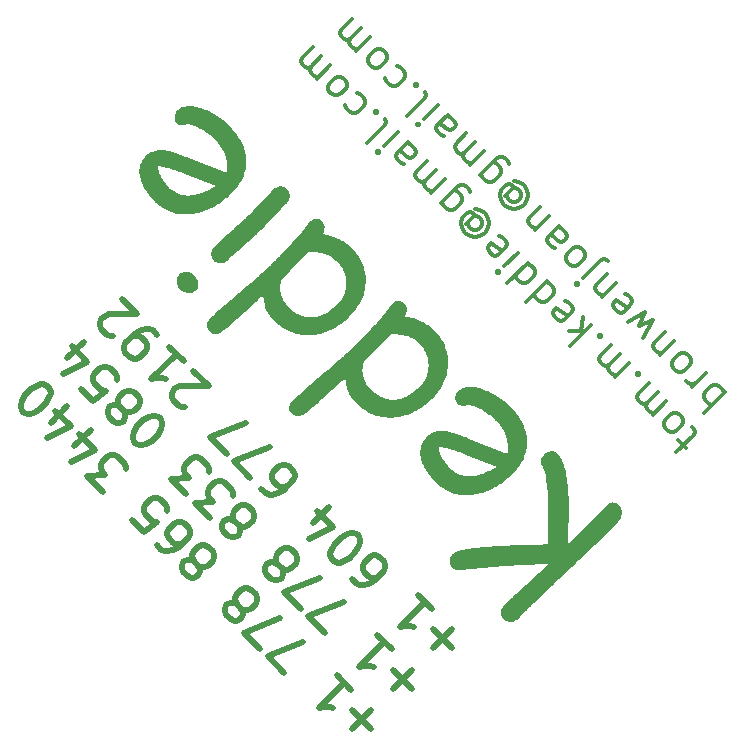
<source format=gto>
G04 #@! TF.GenerationSoftware,KiCad,Pcbnew,7.0.7*
G04 #@! TF.CreationDate,2023-09-23T15:21:36-07:00*
G04 #@! TF.ProjectId,baggage-label-small,62616767-6167-4652-9d6c-6162656c2d73,rev?*
G04 #@! TF.SameCoordinates,Original*
G04 #@! TF.FileFunction,Legend,Top*
G04 #@! TF.FilePolarity,Positive*
%FSLAX46Y46*%
G04 Gerber Fmt 4.6, Leading zero omitted, Abs format (unit mm)*
G04 Created by KiCad (PCBNEW 7.0.7) date 2023-09-23 15:21:36*
%MOMM*%
%LPD*%
G01*
G04 APERTURE LIST*
%ADD10C,0.150000*%
%ADD11C,0.300000*%
%ADD12C,0.500000*%
G04 APERTURE END LIST*
D10*
G36*
X99833931Y-92260595D02*
G01*
X99941570Y-92380572D01*
X100042732Y-92518747D01*
X100137418Y-92675121D01*
X100225627Y-92849695D01*
X100307360Y-93042467D01*
X100382617Y-93253437D01*
X100417817Y-93365747D01*
X100451397Y-93482607D01*
X100483358Y-93604017D01*
X100513701Y-93729976D01*
X100542424Y-93860485D01*
X100569528Y-93995543D01*
X100595013Y-94135152D01*
X100618879Y-94279310D01*
X100641125Y-94428017D01*
X100661753Y-94581275D01*
X100680761Y-94739082D01*
X100698150Y-94901439D01*
X100713921Y-95068346D01*
X100728072Y-95239802D01*
X100740604Y-95415808D01*
X100751517Y-95596364D01*
X100760810Y-95781469D01*
X100768485Y-95971125D01*
X100774540Y-96165330D01*
X100778977Y-96364084D01*
X100739600Y-99889355D01*
X100822499Y-99806456D01*
X103920840Y-96720549D01*
X104029748Y-96620567D01*
X104137308Y-96539783D01*
X104243520Y-96478198D01*
X104383039Y-96425949D01*
X104520162Y-96407831D01*
X104654889Y-96423844D01*
X104787219Y-96473988D01*
X104917154Y-96558263D01*
X105013032Y-96643868D01*
X105106181Y-96751387D01*
X105178384Y-96866699D01*
X105229639Y-96989802D01*
X105259947Y-97120697D01*
X105269307Y-97259385D01*
X105257721Y-97405864D01*
X105247221Y-97466638D01*
X105217601Y-97590591D01*
X105177963Y-97708574D01*
X105128307Y-97820587D01*
X105068632Y-97926629D01*
X104998939Y-98026701D01*
X104919228Y-98120802D01*
X104884538Y-98156770D01*
X104796857Y-98244294D01*
X104706347Y-98334331D01*
X104613006Y-98426881D01*
X104516837Y-98521946D01*
X104417838Y-98619524D01*
X104316010Y-98719616D01*
X104211352Y-98822221D01*
X104103865Y-98927340D01*
X103993549Y-99034973D01*
X103880403Y-99145119D01*
X103764427Y-99257780D01*
X103645623Y-99372953D01*
X103523989Y-99490641D01*
X103399525Y-99610842D01*
X103272232Y-99733557D01*
X103142110Y-99858786D01*
X103009158Y-99986528D01*
X102873377Y-100116784D01*
X102734766Y-100249553D01*
X102593326Y-100384837D01*
X102449057Y-100522634D01*
X102301958Y-100662944D01*
X102152030Y-100805768D01*
X101999273Y-100951106D01*
X101843686Y-101098958D01*
X101685269Y-101249323D01*
X101524023Y-101402202D01*
X101359948Y-101557595D01*
X101193044Y-101715502D01*
X101023310Y-101875922D01*
X100850746Y-102038855D01*
X100675353Y-102204303D01*
X100499710Y-102369746D01*
X100326911Y-102532668D01*
X100156959Y-102693067D01*
X99989852Y-102850946D01*
X99825590Y-103006302D01*
X99664175Y-103159136D01*
X99505604Y-103309449D01*
X99349880Y-103457240D01*
X99197001Y-103602509D01*
X99046967Y-103745256D01*
X98899779Y-103885482D01*
X98755437Y-104023186D01*
X98613941Y-104158368D01*
X98475290Y-104291028D01*
X98339484Y-104421167D01*
X98206524Y-104548784D01*
X98076410Y-104673879D01*
X97949141Y-104796452D01*
X97824718Y-104916503D01*
X97703141Y-105034033D01*
X97584409Y-105149041D01*
X97468523Y-105261527D01*
X97355482Y-105371491D01*
X97245287Y-105478934D01*
X97137938Y-105583855D01*
X97033434Y-105686254D01*
X96931776Y-105786131D01*
X96832963Y-105883486D01*
X96736996Y-105978320D01*
X96643874Y-106070632D01*
X96553598Y-106160422D01*
X96466168Y-106247690D01*
X96368220Y-106333981D01*
X96264005Y-106403223D01*
X96153525Y-106455415D01*
X96036778Y-106490558D01*
X95913766Y-106508651D01*
X95871370Y-106510894D01*
X95745856Y-106506522D01*
X95627336Y-106484081D01*
X95515812Y-106443571D01*
X95411281Y-106384991D01*
X95313746Y-106308342D01*
X95282788Y-106278777D01*
X95198003Y-106181460D01*
X95131725Y-106077586D01*
X95083953Y-105967154D01*
X95054687Y-105850165D01*
X95043928Y-105726618D01*
X95044454Y-105683979D01*
X95056865Y-105558878D01*
X95086325Y-105440043D01*
X95132834Y-105327473D01*
X95196392Y-105221170D01*
X95277000Y-105121133D01*
X95307658Y-105089180D01*
X95421119Y-104976921D01*
X95547004Y-104854643D01*
X95637828Y-104767559D01*
X95734174Y-104676022D01*
X95836040Y-104580033D01*
X95943428Y-104479591D01*
X96056337Y-104374696D01*
X96174768Y-104265349D01*
X96298719Y-104151550D01*
X96428192Y-104033297D01*
X96563186Y-103910593D01*
X96703701Y-103783435D01*
X96849737Y-103651825D01*
X97001294Y-103515763D01*
X97158373Y-103375248D01*
X97310845Y-103239793D01*
X97458428Y-103108029D01*
X97601120Y-102979957D01*
X97738923Y-102855576D01*
X97871837Y-102734887D01*
X97999860Y-102617890D01*
X98122994Y-102504584D01*
X98241238Y-102394970D01*
X98354592Y-102289047D01*
X98463057Y-102186816D01*
X98566632Y-102088277D01*
X98665317Y-101993429D01*
X98759113Y-101902273D01*
X98848018Y-101814808D01*
X98932034Y-101731035D01*
X99011160Y-101650953D01*
X98815061Y-101650136D01*
X98614315Y-101650792D01*
X98408922Y-101652921D01*
X98198882Y-101656523D01*
X97984195Y-101661599D01*
X97764862Y-101668148D01*
X97540881Y-101676171D01*
X97312254Y-101685667D01*
X97078980Y-101696637D01*
X96960600Y-101702674D01*
X96841058Y-101709080D01*
X96720355Y-101715854D01*
X96598491Y-101722996D01*
X96475464Y-101730507D01*
X96351276Y-101738386D01*
X96225926Y-101746633D01*
X96099414Y-101755249D01*
X95971741Y-101764233D01*
X95842905Y-101773585D01*
X95712909Y-101783306D01*
X95581750Y-101793395D01*
X95449430Y-101803853D01*
X95315948Y-101814679D01*
X91631097Y-102154563D01*
X91499747Y-102159340D01*
X91377706Y-102150354D01*
X91243546Y-102121404D01*
X91122792Y-102072636D01*
X91015444Y-102004050D01*
X90951327Y-101947317D01*
X90872444Y-101855755D01*
X90809881Y-101755160D01*
X90763639Y-101645529D01*
X90733718Y-101526864D01*
X90720118Y-101399165D01*
X90719211Y-101354590D01*
X90727614Y-101222228D01*
X90754378Y-101097151D01*
X90799503Y-100979360D01*
X90862988Y-100868855D01*
X90944835Y-100765637D01*
X90976197Y-100732850D01*
X91075670Y-100659825D01*
X91224869Y-100589971D01*
X91351962Y-100545162D01*
X91501155Y-100501761D01*
X91672450Y-100459769D01*
X91865845Y-100419186D01*
X92081341Y-100380012D01*
X92197377Y-100360953D01*
X92318939Y-100342246D01*
X92446025Y-100323891D01*
X92578637Y-100305888D01*
X92716774Y-100288238D01*
X92860436Y-100270940D01*
X93009623Y-100253994D01*
X93164336Y-100237400D01*
X93324574Y-100221158D01*
X93490337Y-100205268D01*
X93661625Y-100189731D01*
X93838439Y-100174546D01*
X94020778Y-100159713D01*
X94208642Y-100145232D01*
X94402031Y-100131103D01*
X94600946Y-100117326D01*
X94739174Y-100109020D01*
X94877442Y-100100941D01*
X95015751Y-100093088D01*
X95154101Y-100085462D01*
X95292491Y-100078063D01*
X95430921Y-100070890D01*
X95569392Y-100063944D01*
X95707904Y-100057225D01*
X95846455Y-100050732D01*
X95985048Y-100044466D01*
X96123681Y-100038427D01*
X96262354Y-100032614D01*
X96401068Y-100027028D01*
X96539822Y-100021669D01*
X96678617Y-100016536D01*
X96817452Y-100011630D01*
X96956327Y-100006951D01*
X97095244Y-100002498D01*
X97234200Y-99998273D01*
X97373197Y-99994273D01*
X97512235Y-99990501D01*
X97651313Y-99986955D01*
X97790432Y-99983636D01*
X97929591Y-99980543D01*
X98068790Y-99977677D01*
X98208030Y-99975038D01*
X98347311Y-99972626D01*
X98486631Y-99970440D01*
X98625993Y-99968481D01*
X98765395Y-99966748D01*
X98904837Y-99965243D01*
X99044320Y-99963963D01*
X99049461Y-99777514D01*
X99053484Y-99579812D01*
X99056391Y-99370857D01*
X99058180Y-99150649D01*
X99058852Y-98919188D01*
X99058769Y-98799238D01*
X99058406Y-98676474D01*
X99057765Y-98550898D01*
X99056844Y-98422508D01*
X99055644Y-98291305D01*
X99054164Y-98157288D01*
X99052405Y-98020459D01*
X99050367Y-97880816D01*
X99048050Y-97738360D01*
X99045453Y-97593091D01*
X99042577Y-97445009D01*
X99039422Y-97294113D01*
X99035988Y-97140404D01*
X99032274Y-96983882D01*
X99028281Y-96824547D01*
X99024008Y-96662398D01*
X99019456Y-96497437D01*
X99014625Y-96329662D01*
X99009515Y-96159074D01*
X99004125Y-95985672D01*
X98998456Y-95809458D01*
X98992508Y-95630430D01*
X98901320Y-94498862D01*
X98880822Y-94351879D01*
X98854560Y-94207291D01*
X98822533Y-94065101D01*
X98784743Y-93925306D01*
X98741189Y-93787908D01*
X98691871Y-93652906D01*
X98636788Y-93520300D01*
X98575942Y-93390091D01*
X98524915Y-93276672D01*
X98477054Y-93130433D01*
X98452250Y-92989894D01*
X98450501Y-92855054D01*
X98471808Y-92725913D01*
X98516172Y-92602472D01*
X98583592Y-92484729D01*
X98674068Y-92372687D01*
X98700290Y-92345566D01*
X98793298Y-92264260D01*
X98896422Y-92196243D01*
X99009661Y-92141515D01*
X99133015Y-92100076D01*
X99208045Y-92082363D01*
X99344342Y-92066528D01*
X99471896Y-92073425D01*
X99590707Y-92103055D01*
X99700775Y-92155417D01*
X99802099Y-92230512D01*
X99833931Y-92260595D01*
G37*
G36*
X92585858Y-86632351D02*
G01*
X92740613Y-86648624D01*
X92902039Y-86674513D01*
X93070136Y-86710020D01*
X93244903Y-86755145D01*
X93426342Y-86809888D01*
X93614450Y-86874247D01*
X93776354Y-86935264D01*
X93934615Y-86999146D01*
X94089232Y-87065894D01*
X94240207Y-87135508D01*
X94387538Y-87207988D01*
X94531227Y-87283333D01*
X94671272Y-87361545D01*
X94807675Y-87442622D01*
X94940434Y-87526565D01*
X95069551Y-87613374D01*
X95195024Y-87703049D01*
X95316854Y-87795590D01*
X95435042Y-87890996D01*
X95549586Y-87989268D01*
X95660488Y-88090406D01*
X95767746Y-88194410D01*
X95927974Y-88359787D01*
X96079135Y-88526394D01*
X96221228Y-88694232D01*
X96354255Y-88863300D01*
X96478214Y-89033599D01*
X96593107Y-89205128D01*
X96698932Y-89377887D01*
X96795691Y-89551878D01*
X96883382Y-89727099D01*
X96962006Y-89903550D01*
X97031564Y-90081232D01*
X97092054Y-90260144D01*
X97143477Y-90440287D01*
X97185833Y-90621660D01*
X97219122Y-90804264D01*
X97243344Y-90988099D01*
X97257787Y-91189485D01*
X97260701Y-91388474D01*
X97252087Y-91585067D01*
X97231946Y-91779264D01*
X97200276Y-91971065D01*
X97157078Y-92160469D01*
X97102352Y-92347477D01*
X97036097Y-92532089D01*
X96958315Y-92714304D01*
X96869004Y-92894123D01*
X96768166Y-93071546D01*
X96655799Y-93246572D01*
X96531904Y-93419203D01*
X96396481Y-93589437D01*
X96249530Y-93757274D01*
X96091051Y-93922715D01*
X95995999Y-94016335D01*
X95900473Y-94107562D01*
X95804474Y-94196397D01*
X95708001Y-94282839D01*
X95611054Y-94366890D01*
X95513634Y-94448548D01*
X95415740Y-94527814D01*
X95317373Y-94604687D01*
X95218532Y-94679169D01*
X95119217Y-94751258D01*
X95019429Y-94820955D01*
X94919167Y-94888259D01*
X94818432Y-94953172D01*
X94717223Y-95015692D01*
X94615540Y-95075820D01*
X94513384Y-95133556D01*
X94307651Y-95241850D01*
X94100024Y-95340576D01*
X93890502Y-95429733D01*
X93679086Y-95509320D01*
X93465775Y-95579339D01*
X93250570Y-95639789D01*
X93033471Y-95690669D01*
X92814477Y-95731981D01*
X92695104Y-95750569D01*
X92576872Y-95765918D01*
X92459781Y-95778029D01*
X92229025Y-95792536D01*
X92002834Y-95794090D01*
X91781210Y-95782692D01*
X91564151Y-95758340D01*
X91351658Y-95721036D01*
X91143731Y-95670779D01*
X90940370Y-95607568D01*
X90741575Y-95531405D01*
X90547346Y-95442289D01*
X90357682Y-95340220D01*
X90172585Y-95225198D01*
X89992053Y-95097223D01*
X89816088Y-94956295D01*
X89644688Y-94802414D01*
X89560701Y-94720616D01*
X89442400Y-94599741D01*
X89329458Y-94479076D01*
X89221876Y-94358622D01*
X89119653Y-94238378D01*
X89022790Y-94118345D01*
X88931285Y-93998523D01*
X88845140Y-93878910D01*
X88764354Y-93759509D01*
X88688928Y-93640317D01*
X88618860Y-93521336D01*
X88554152Y-93402566D01*
X88494804Y-93284006D01*
X88440814Y-93165657D01*
X88392184Y-93047518D01*
X88348913Y-92929590D01*
X88311002Y-92811872D01*
X88272637Y-92668038D01*
X88243549Y-92526681D01*
X88223739Y-92387801D01*
X88213207Y-92251399D01*
X88211952Y-92117473D01*
X88219975Y-91986025D01*
X88237275Y-91857055D01*
X88263853Y-91730561D01*
X88275986Y-91688594D01*
X89782455Y-91688594D01*
X89794266Y-91805308D01*
X89812603Y-91921779D01*
X89837464Y-92038007D01*
X89868851Y-92153992D01*
X89906762Y-92269735D01*
X89951199Y-92385235D01*
X90002161Y-92500492D01*
X90059648Y-92615505D01*
X90123659Y-92730277D01*
X90194196Y-92844805D01*
X90271258Y-92959090D01*
X90354845Y-93073133D01*
X90444957Y-93186932D01*
X90541594Y-93300489D01*
X90644756Y-93413803D01*
X90754443Y-93526874D01*
X90844369Y-93612800D01*
X90936432Y-93692866D01*
X91030632Y-93767070D01*
X91126969Y-93835413D01*
X91275483Y-93926937D01*
X91428805Y-94005274D01*
X91586936Y-94070423D01*
X91749876Y-94122385D01*
X91917624Y-94161159D01*
X92090182Y-94186745D01*
X92207891Y-94196476D01*
X92327738Y-94200345D01*
X92449723Y-94198354D01*
X92573601Y-94190728D01*
X92699650Y-94177176D01*
X92827867Y-94157698D01*
X92958255Y-94132294D01*
X93090812Y-94100964D01*
X93225539Y-94063708D01*
X93362435Y-94020526D01*
X93501501Y-93971419D01*
X93642736Y-93916385D01*
X93786142Y-93855425D01*
X93931716Y-93788539D01*
X94079461Y-93715728D01*
X94229375Y-93636990D01*
X94381458Y-93552326D01*
X94535712Y-93461737D01*
X94692134Y-93365221D01*
X92113983Y-92366291D01*
X91925639Y-92295641D01*
X91742978Y-92228763D01*
X91566001Y-92165658D01*
X91394706Y-92106326D01*
X91229095Y-92050766D01*
X91069167Y-91998978D01*
X90914922Y-91950963D01*
X90766360Y-91906721D01*
X90623481Y-91866251D01*
X90486285Y-91829554D01*
X90354772Y-91796629D01*
X90228942Y-91767477D01*
X90108796Y-91742097D01*
X89939232Y-91711101D01*
X89782455Y-91688594D01*
X88275986Y-91688594D01*
X88299708Y-91606545D01*
X88344841Y-91485006D01*
X88399252Y-91365944D01*
X88462939Y-91249360D01*
X88535905Y-91135252D01*
X88618148Y-91023622D01*
X88709669Y-90914470D01*
X88810467Y-90807794D01*
X88926059Y-90703786D01*
X89051343Y-90613257D01*
X89186316Y-90536208D01*
X89330980Y-90472637D01*
X89485335Y-90422546D01*
X89649380Y-90385933D01*
X89823115Y-90362800D01*
X89944322Y-90354867D01*
X90069836Y-90352924D01*
X90199657Y-90356971D01*
X90333784Y-90367010D01*
X90472219Y-90383039D01*
X90543051Y-90393300D01*
X90677891Y-90423999D01*
X90796872Y-90456033D01*
X90931153Y-90495790D01*
X91080735Y-90543271D01*
X91245618Y-90598475D01*
X91364040Y-90639568D01*
X91489263Y-90684094D01*
X91621286Y-90732052D01*
X91760109Y-90783443D01*
X91905732Y-90838266D01*
X92058156Y-90896522D01*
X92217380Y-90958210D01*
X92383404Y-91023331D01*
X95587441Y-92270957D01*
X95609700Y-92123136D01*
X95625183Y-91976553D01*
X95633890Y-91831209D01*
X95635820Y-91687104D01*
X95630975Y-91544237D01*
X95619354Y-91402609D01*
X95600957Y-91262219D01*
X95575784Y-91123069D01*
X95543834Y-90985156D01*
X95505109Y-90848483D01*
X95475528Y-90758055D01*
X95424659Y-90623482D01*
X95366869Y-90490221D01*
X95302157Y-90358271D01*
X95230523Y-90227632D01*
X95151968Y-90098305D01*
X95066490Y-89970290D01*
X94974092Y-89843586D01*
X94874771Y-89718193D01*
X94768528Y-89594112D01*
X94655364Y-89471343D01*
X94576076Y-89390225D01*
X94471093Y-89289775D01*
X94357172Y-89189455D01*
X94265866Y-89114299D01*
X94169532Y-89039217D01*
X94068171Y-88964207D01*
X93961783Y-88889270D01*
X93850368Y-88814407D01*
X93733925Y-88739616D01*
X93612455Y-88664897D01*
X93485957Y-88590252D01*
X93378367Y-88529665D01*
X93273724Y-88473805D01*
X93122284Y-88398881D01*
X92977474Y-88334593D01*
X92839294Y-88280944D01*
X92707745Y-88237932D01*
X92582826Y-88205558D01*
X92464538Y-88183821D01*
X92317133Y-88171387D01*
X92181516Y-88177863D01*
X92118128Y-88188193D01*
X91997503Y-88208432D01*
X91858654Y-88219250D01*
X91733061Y-88213977D01*
X91599848Y-88186412D01*
X91485725Y-88135677D01*
X91390691Y-88061772D01*
X91311652Y-87967262D01*
X91252248Y-87861447D01*
X91212481Y-87744326D01*
X91192349Y-87615900D01*
X91189661Y-87537438D01*
X91197239Y-87419987D01*
X91225233Y-87292538D01*
X91273855Y-87175403D01*
X91343105Y-87068582D01*
X91405198Y-86998596D01*
X91493246Y-86918692D01*
X91587964Y-86848406D01*
X91689353Y-86787738D01*
X91797413Y-86736687D01*
X91912144Y-86695254D01*
X92033545Y-86663438D01*
X92161617Y-86641240D01*
X92296360Y-86628660D01*
X92437774Y-86625697D01*
X92585858Y-86632351D01*
G37*
G36*
X86505494Y-79382115D02*
G01*
X86628424Y-79416102D01*
X86742031Y-79469726D01*
X86846316Y-79542985D01*
X86901722Y-79593663D01*
X86980671Y-79689061D01*
X87037210Y-79794951D01*
X87071341Y-79911334D01*
X87083064Y-80038208D01*
X87072377Y-80175573D01*
X87039283Y-80323431D01*
X86999756Y-80441210D01*
X86947624Y-80564890D01*
X86905867Y-80650622D01*
X87041369Y-80672693D01*
X87175086Y-80697714D01*
X87307018Y-80725686D01*
X87437164Y-80756610D01*
X87565526Y-80790484D01*
X87692102Y-80827308D01*
X87816894Y-80867084D01*
X87939900Y-80909810D01*
X88061121Y-80955488D01*
X88180557Y-81004116D01*
X88259190Y-81038174D01*
X88375730Y-81091751D01*
X88489865Y-81149116D01*
X88601597Y-81210270D01*
X88710923Y-81275213D01*
X88817846Y-81343944D01*
X88922364Y-81416464D01*
X89024477Y-81492773D01*
X89124187Y-81572871D01*
X89221492Y-81656757D01*
X89316392Y-81744433D01*
X89378323Y-81804988D01*
X89524327Y-81957290D01*
X89660794Y-82112652D01*
X89787725Y-82271075D01*
X89905119Y-82432557D01*
X90012977Y-82597100D01*
X90111297Y-82764703D01*
X90200082Y-82935366D01*
X90279329Y-83109089D01*
X90349040Y-83285872D01*
X90409215Y-83465716D01*
X90459853Y-83648619D01*
X90500954Y-83834583D01*
X90532519Y-84023606D01*
X90554547Y-84215690D01*
X90567038Y-84410834D01*
X90569993Y-84609039D01*
X90563946Y-84812845D01*
X90547876Y-85013915D01*
X90521784Y-85212249D01*
X90485670Y-85407846D01*
X90439533Y-85600707D01*
X90383374Y-85790832D01*
X90317192Y-85978220D01*
X90240989Y-86162872D01*
X90154763Y-86344788D01*
X90058514Y-86523968D01*
X89952243Y-86700411D01*
X89835950Y-86874118D01*
X89709635Y-87045089D01*
X89573297Y-87213323D01*
X89426937Y-87378821D01*
X89270555Y-87541583D01*
X89172691Y-87637835D01*
X89074431Y-87731262D01*
X88975774Y-87821864D01*
X88876721Y-87909640D01*
X88777271Y-87994591D01*
X88677424Y-88076717D01*
X88577180Y-88156017D01*
X88476540Y-88232492D01*
X88375503Y-88306142D01*
X88274070Y-88376966D01*
X88172239Y-88444965D01*
X88070012Y-88510138D01*
X87967389Y-88572486D01*
X87864368Y-88632009D01*
X87760951Y-88688706D01*
X87552927Y-88793625D01*
X87343316Y-88887243D01*
X87132119Y-88969558D01*
X86919334Y-89040573D01*
X86704963Y-89100286D01*
X86489006Y-89148697D01*
X86271461Y-89185808D01*
X86052330Y-89211616D01*
X85942169Y-89220283D01*
X85723208Y-89229196D01*
X85507760Y-89226921D01*
X85295826Y-89213458D01*
X85087405Y-89188807D01*
X84882498Y-89152968D01*
X84681104Y-89105941D01*
X84483224Y-89047725D01*
X84288857Y-88978322D01*
X84098003Y-88897730D01*
X83910664Y-88805951D01*
X83726837Y-88702983D01*
X83546524Y-88588827D01*
X83369725Y-88463483D01*
X83196439Y-88326951D01*
X83026666Y-88179231D01*
X82860407Y-88020323D01*
X82777727Y-87936007D01*
X82661327Y-87811022D01*
X82554071Y-87687821D01*
X82455958Y-87566406D01*
X82366990Y-87446775D01*
X82287165Y-87328930D01*
X82216485Y-87212869D01*
X82154948Y-87098594D01*
X82102556Y-86986104D01*
X82059307Y-86875399D01*
X82025202Y-86766479D01*
X81880129Y-85817288D01*
X81724277Y-85962976D01*
X81571477Y-86105491D01*
X81421729Y-86244832D01*
X81275033Y-86381000D01*
X81131389Y-86513994D01*
X80990797Y-86643815D01*
X80853257Y-86770462D01*
X80718769Y-86893936D01*
X80587334Y-87014236D01*
X80458950Y-87131363D01*
X80333618Y-87245317D01*
X80211338Y-87356097D01*
X80092111Y-87463703D01*
X79975935Y-87568136D01*
X79862811Y-87669396D01*
X79752740Y-87767482D01*
X79645720Y-87862394D01*
X79541753Y-87954133D01*
X79440837Y-88042699D01*
X79342974Y-88128091D01*
X79248162Y-88210310D01*
X79156403Y-88289355D01*
X78982040Y-88437926D01*
X78819886Y-88573802D01*
X78669939Y-88696984D01*
X78532201Y-88807473D01*
X78406671Y-88905267D01*
X78297478Y-88979779D01*
X78190616Y-89038553D01*
X78051761Y-89092437D01*
X77917050Y-89118343D01*
X77786484Y-89116271D01*
X77660064Y-89086220D01*
X77537788Y-89028191D01*
X77419657Y-88942183D01*
X77362146Y-88888688D01*
X77272285Y-88788918D01*
X77201660Y-88688565D01*
X77137413Y-88553854D01*
X77107362Y-88418108D01*
X77111507Y-88281325D01*
X77149848Y-88143505D01*
X77222384Y-88004650D01*
X77299227Y-87899828D01*
X77395306Y-87794424D01*
X77504604Y-87686939D01*
X77630952Y-87566031D01*
X77774349Y-87431701D01*
X77934796Y-87283949D01*
X78112291Y-87122774D01*
X78207433Y-87037153D01*
X78306836Y-86948176D01*
X78410502Y-86855844D01*
X78518430Y-86760156D01*
X78630621Y-86661113D01*
X78747074Y-86558714D01*
X78867789Y-86452959D01*
X78992767Y-86343849D01*
X79122007Y-86231383D01*
X79255509Y-86115562D01*
X79393274Y-85996385D01*
X79535300Y-85873852D01*
X79681590Y-85747964D01*
X79832141Y-85618720D01*
X79986955Y-85486120D01*
X80146031Y-85350165D01*
X80309370Y-85210854D01*
X80366811Y-85161959D01*
X83323127Y-85161959D01*
X83323709Y-85317847D01*
X83336015Y-85471340D01*
X83360042Y-85622436D01*
X83376452Y-85697085D01*
X83417481Y-85844004D01*
X83470102Y-85988396D01*
X83534316Y-86130263D01*
X83590085Y-86235006D01*
X83652374Y-86338328D01*
X83721184Y-86440229D01*
X83796516Y-86540709D01*
X83878368Y-86639769D01*
X83966742Y-86737408D01*
X84029280Y-86801711D01*
X84152066Y-86920157D01*
X84275353Y-87030427D01*
X84399143Y-87132521D01*
X84523434Y-87226438D01*
X84648228Y-87312178D01*
X84773523Y-87389742D01*
X84899320Y-87459129D01*
X85025620Y-87520340D01*
X85152421Y-87573374D01*
X85279724Y-87618232D01*
X85407529Y-87654913D01*
X85535836Y-87683417D01*
X85664645Y-87703745D01*
X85793955Y-87715897D01*
X85923768Y-87719872D01*
X86054083Y-87715670D01*
X86184672Y-87703535D01*
X86315829Y-87683190D01*
X86447552Y-87654637D01*
X86579842Y-87617875D01*
X86712699Y-87572904D01*
X86846122Y-87519724D01*
X86980112Y-87458336D01*
X87114669Y-87388738D01*
X87249792Y-87310931D01*
X87385482Y-87224916D01*
X87521739Y-87130691D01*
X87658562Y-87028258D01*
X87795952Y-86917615D01*
X87933909Y-86798764D01*
X88072433Y-86671704D01*
X88211523Y-86536435D01*
X88298551Y-86445246D01*
X88379846Y-86351467D01*
X88455411Y-86255097D01*
X88525243Y-86156137D01*
X88589344Y-86054586D01*
X88647713Y-85950444D01*
X88700351Y-85843712D01*
X88747256Y-85734389D01*
X88788430Y-85622476D01*
X88823873Y-85507972D01*
X88853584Y-85390878D01*
X88877563Y-85271192D01*
X88895810Y-85148917D01*
X88908326Y-85024050D01*
X88915110Y-84896594D01*
X88916163Y-84766546D01*
X88911362Y-84636264D01*
X88901105Y-84508621D01*
X88885391Y-84383617D01*
X88864221Y-84261252D01*
X88837595Y-84141527D01*
X88805512Y-84024440D01*
X88767973Y-83909993D01*
X88724977Y-83798185D01*
X88676525Y-83689016D01*
X88622617Y-83582486D01*
X88563252Y-83478596D01*
X88498431Y-83377344D01*
X88428153Y-83278732D01*
X88352419Y-83182759D01*
X88271228Y-83089425D01*
X88184581Y-82998730D01*
X88092322Y-82909494D01*
X87999735Y-82825978D01*
X87906819Y-82748182D01*
X87813577Y-82676105D01*
X87688743Y-82588899D01*
X87563326Y-82511862D01*
X87437326Y-82444992D01*
X87310744Y-82388291D01*
X87183578Y-82341757D01*
X87053596Y-82306298D01*
X86917671Y-82277195D01*
X86790862Y-82254203D01*
X86647991Y-82231471D01*
X86530297Y-82214592D01*
X86403569Y-82197858D01*
X86267806Y-82181270D01*
X86123008Y-82164828D01*
X86072735Y-82159380D01*
X85950135Y-82153162D01*
X85832632Y-82155656D01*
X85732850Y-82163525D01*
X84785731Y-83143803D01*
X84132904Y-83784196D01*
X83465568Y-84430806D01*
X83425343Y-84556035D01*
X83391712Y-84679915D01*
X83364675Y-84802448D01*
X83344232Y-84923633D01*
X83330382Y-85043470D01*
X83323127Y-85161959D01*
X80366811Y-85161959D01*
X80476971Y-85068188D01*
X80648834Y-84922166D01*
X80824959Y-84772788D01*
X81005347Y-84620055D01*
X81189997Y-84463966D01*
X81305011Y-84366017D01*
X81419491Y-84267502D01*
X81533436Y-84168420D01*
X81646847Y-84068772D01*
X81759724Y-83968556D01*
X81872066Y-83867775D01*
X81983874Y-83766426D01*
X82095148Y-83664511D01*
X82205888Y-83562029D01*
X82316093Y-83458980D01*
X82425764Y-83355365D01*
X82534900Y-83251183D01*
X82643502Y-83146434D01*
X82751570Y-83041118D01*
X82859104Y-82935236D01*
X82966103Y-82828787D01*
X83085726Y-82708813D01*
X83203150Y-82590332D01*
X83318377Y-82473345D01*
X83431405Y-82357851D01*
X83542236Y-82243851D01*
X83650868Y-82131345D01*
X83757303Y-82020332D01*
X83861540Y-81910813D01*
X83963578Y-81802788D01*
X84063419Y-81696256D01*
X84161062Y-81591218D01*
X84256507Y-81487673D01*
X84349754Y-81385622D01*
X84440803Y-81285065D01*
X84529654Y-81186001D01*
X84616307Y-81088431D01*
X84700762Y-80992355D01*
X84783019Y-80897772D01*
X84863079Y-80804683D01*
X84940940Y-80713088D01*
X85016603Y-80622986D01*
X85161336Y-80447263D01*
X85297277Y-80277515D01*
X85424426Y-80113741D01*
X85542784Y-79955942D01*
X85652349Y-79804118D01*
X85703835Y-79730446D01*
X85780936Y-79636041D01*
X85826111Y-79587445D01*
X85916069Y-79508999D01*
X86028387Y-79439211D01*
X86148639Y-79392828D01*
X86276824Y-79369848D01*
X86373243Y-79367764D01*
X86505494Y-79382115D01*
G37*
G36*
X79533708Y-72410328D02*
G01*
X79656637Y-72444316D01*
X79770244Y-72497939D01*
X79874530Y-72571198D01*
X79929936Y-72621876D01*
X80008884Y-72717275D01*
X80065423Y-72823165D01*
X80099554Y-72939547D01*
X80111277Y-73066421D01*
X80100591Y-73203787D01*
X80067496Y-73351644D01*
X80027969Y-73469423D01*
X79975838Y-73593103D01*
X79934081Y-73678836D01*
X80069583Y-73700906D01*
X80203299Y-73725928D01*
X80335231Y-73753900D01*
X80465378Y-73784823D01*
X80593739Y-73818697D01*
X80720316Y-73855522D01*
X80845107Y-73895297D01*
X80968113Y-73938024D01*
X81089335Y-73983701D01*
X81208771Y-74032329D01*
X81287403Y-74066387D01*
X81403943Y-74119964D01*
X81518079Y-74177329D01*
X81629810Y-74238483D01*
X81739137Y-74303426D01*
X81846059Y-74372157D01*
X81950577Y-74444678D01*
X82052691Y-74520987D01*
X82152400Y-74601084D01*
X82249705Y-74684971D01*
X82344605Y-74772646D01*
X82406537Y-74833201D01*
X82552540Y-74985503D01*
X82689008Y-75140865D01*
X82815938Y-75299288D01*
X82933332Y-75460771D01*
X83041190Y-75625313D01*
X83139511Y-75792916D01*
X83228295Y-75963579D01*
X83307543Y-76137302D01*
X83377254Y-76314085D01*
X83437428Y-76493929D01*
X83488066Y-76676832D01*
X83529167Y-76862796D01*
X83560732Y-77051820D01*
X83582760Y-77243904D01*
X83595252Y-77439048D01*
X83598206Y-77637252D01*
X83592159Y-77841058D01*
X83576089Y-78042128D01*
X83549997Y-78240462D01*
X83513883Y-78436059D01*
X83467746Y-78628920D01*
X83411587Y-78819045D01*
X83345406Y-79006434D01*
X83269202Y-79191086D01*
X83182976Y-79373002D01*
X83086727Y-79552181D01*
X82980457Y-79728624D01*
X82864164Y-79902331D01*
X82737848Y-80073302D01*
X82601511Y-80241536D01*
X82455151Y-80407034D01*
X82298768Y-80569796D01*
X82200905Y-80666048D01*
X82102645Y-80759475D01*
X82003988Y-80850077D01*
X81904934Y-80937853D01*
X81805484Y-81022804D01*
X81705637Y-81104930D01*
X81605394Y-81184230D01*
X81504753Y-81260705D01*
X81403716Y-81334355D01*
X81302283Y-81405179D01*
X81200453Y-81473178D01*
X81098226Y-81538351D01*
X80995602Y-81600700D01*
X80892582Y-81660222D01*
X80789165Y-81716920D01*
X80581140Y-81821839D01*
X80371530Y-81915456D01*
X80160332Y-81997772D01*
X79947548Y-82068786D01*
X79733177Y-82128499D01*
X79517219Y-82176911D01*
X79299674Y-82214021D01*
X79080543Y-82239830D01*
X78970383Y-82248496D01*
X78751421Y-82257409D01*
X78535974Y-82255134D01*
X78324039Y-82241671D01*
X78115618Y-82217020D01*
X77910711Y-82181181D01*
X77709317Y-82134154D01*
X77511437Y-82075939D01*
X77317070Y-82006535D01*
X77126217Y-81925944D01*
X76938877Y-81834164D01*
X76755050Y-81731196D01*
X76574738Y-81617041D01*
X76397938Y-81491697D01*
X76224652Y-81355165D01*
X76054880Y-81207444D01*
X75888621Y-81048536D01*
X75805941Y-80964221D01*
X75689540Y-80839235D01*
X75582284Y-80716035D01*
X75484171Y-80594619D01*
X75395203Y-80474989D01*
X75315379Y-80357143D01*
X75244698Y-80241083D01*
X75183161Y-80126808D01*
X75130769Y-80014317D01*
X75087520Y-79903612D01*
X75053416Y-79794692D01*
X74908343Y-78845501D01*
X74752491Y-78991190D01*
X74599691Y-79133704D01*
X74449942Y-79273045D01*
X74303246Y-79409213D01*
X74159602Y-79542207D01*
X74019011Y-79672028D01*
X73881471Y-79798675D01*
X73746983Y-79922149D01*
X73615547Y-80042450D01*
X73487163Y-80159577D01*
X73361831Y-80273530D01*
X73239552Y-80384310D01*
X73120324Y-80491916D01*
X73004148Y-80596349D01*
X72891025Y-80697609D01*
X72780953Y-80795695D01*
X72673933Y-80890608D01*
X72569966Y-80982347D01*
X72469050Y-81070912D01*
X72371187Y-81156305D01*
X72276376Y-81238523D01*
X72184616Y-81317569D01*
X72010254Y-81466139D01*
X71848099Y-81602015D01*
X71698153Y-81725198D01*
X71560414Y-81835686D01*
X71434884Y-81933481D01*
X71325691Y-82007992D01*
X71218829Y-82066766D01*
X71079974Y-82120651D01*
X70945263Y-82146556D01*
X70814698Y-82144484D01*
X70688277Y-82114433D01*
X70566001Y-82056404D01*
X70447871Y-81970397D01*
X70390360Y-81916901D01*
X70300499Y-81817131D01*
X70229873Y-81716778D01*
X70165626Y-81582068D01*
X70135576Y-81446321D01*
X70139720Y-81309538D01*
X70178061Y-81171719D01*
X70250598Y-81032863D01*
X70327441Y-80928042D01*
X70423519Y-80822637D01*
X70532818Y-80715152D01*
X70659165Y-80594245D01*
X70802563Y-80459915D01*
X70963009Y-80312162D01*
X71140505Y-80150987D01*
X71235646Y-80065366D01*
X71335049Y-79976390D01*
X71438715Y-79884057D01*
X71546644Y-79788370D01*
X71658834Y-79689326D01*
X71775287Y-79586927D01*
X71896003Y-79481173D01*
X72020980Y-79372062D01*
X72150220Y-79259597D01*
X72283722Y-79143775D01*
X72421487Y-79024598D01*
X72563514Y-78902065D01*
X72709803Y-78776177D01*
X72860354Y-78646933D01*
X73015168Y-78514333D01*
X73174245Y-78378378D01*
X73337583Y-78239067D01*
X73395024Y-78190172D01*
X76351340Y-78190172D01*
X76351923Y-78346061D01*
X76364228Y-78499553D01*
X76388256Y-78650649D01*
X76404666Y-78725298D01*
X76445694Y-78872217D01*
X76498315Y-79016610D01*
X76562529Y-79158477D01*
X76618298Y-79263219D01*
X76680587Y-79366541D01*
X76749398Y-79468442D01*
X76824729Y-79568923D01*
X76906582Y-79667982D01*
X76994955Y-79765621D01*
X77057493Y-79829924D01*
X77180279Y-79948371D01*
X77303567Y-80058641D01*
X77427356Y-80160734D01*
X77551648Y-80254651D01*
X77676441Y-80340391D01*
X77801737Y-80417955D01*
X77927534Y-80487342D01*
X78053833Y-80548553D01*
X78180634Y-80601587D01*
X78307937Y-80646445D01*
X78435742Y-80683126D01*
X78564049Y-80711631D01*
X78692858Y-80731959D01*
X78822169Y-80744110D01*
X78951981Y-80748085D01*
X79082296Y-80743883D01*
X79212886Y-80731748D01*
X79344042Y-80711404D01*
X79475765Y-80682851D01*
X79608055Y-80646089D01*
X79740912Y-80601118D01*
X79874335Y-80547938D01*
X80008325Y-80486549D01*
X80142882Y-80416951D01*
X80278005Y-80339145D01*
X80413695Y-80253129D01*
X80549952Y-80158905D01*
X80686776Y-80056471D01*
X80824166Y-79945829D01*
X80962123Y-79826978D01*
X81100646Y-79699917D01*
X81239736Y-79564648D01*
X81326764Y-79473460D01*
X81408060Y-79379680D01*
X81483624Y-79283311D01*
X81553456Y-79184350D01*
X81617557Y-79082799D01*
X81675926Y-78978658D01*
X81728564Y-78871925D01*
X81775470Y-78762603D01*
X81816644Y-78650689D01*
X81852086Y-78536185D01*
X81881797Y-78419091D01*
X81905776Y-78299406D01*
X81924024Y-78177130D01*
X81936539Y-78052264D01*
X81943324Y-77924807D01*
X81944376Y-77794760D01*
X81939575Y-77664477D01*
X81929318Y-77536834D01*
X81913605Y-77411830D01*
X81892435Y-77289466D01*
X81865808Y-77169740D01*
X81833726Y-77052654D01*
X81796186Y-76938206D01*
X81753191Y-76826398D01*
X81704739Y-76717229D01*
X81650830Y-76610700D01*
X81591465Y-76506809D01*
X81526644Y-76405557D01*
X81456366Y-76306945D01*
X81380632Y-76210972D01*
X81299441Y-76117638D01*
X81212794Y-76026943D01*
X81120535Y-75937708D01*
X81027948Y-75854192D01*
X80935033Y-75776395D01*
X80841790Y-75704318D01*
X80716956Y-75617112D01*
X80591539Y-75540075D01*
X80465540Y-75473205D01*
X80338957Y-75416504D01*
X80211792Y-75369970D01*
X80081809Y-75334512D01*
X79945884Y-75305408D01*
X79819075Y-75282417D01*
X79676204Y-75259684D01*
X79558510Y-75242805D01*
X79431782Y-75226071D01*
X79296019Y-75209484D01*
X79151222Y-75193041D01*
X79100948Y-75187593D01*
X78978349Y-75181376D01*
X78860845Y-75183869D01*
X78761063Y-75191738D01*
X77813945Y-76172016D01*
X77161117Y-76812409D01*
X76493782Y-77459019D01*
X76453557Y-77584248D01*
X76419926Y-77708129D01*
X76392889Y-77830661D01*
X76372445Y-77951846D01*
X76358596Y-78071683D01*
X76351340Y-78190172D01*
X73395024Y-78190172D01*
X73505184Y-78096401D01*
X73677047Y-77950379D01*
X73853173Y-77801001D01*
X74033560Y-77648268D01*
X74218210Y-77492179D01*
X74333224Y-77394231D01*
X74447704Y-77295715D01*
X74561649Y-77196634D01*
X74675060Y-77096985D01*
X74787937Y-76996770D01*
X74900280Y-76895988D01*
X75012088Y-76794639D01*
X75123361Y-76692724D01*
X75234101Y-76590242D01*
X75344306Y-76487193D01*
X75453977Y-76383578D01*
X75563113Y-76279396D01*
X75671716Y-76174647D01*
X75779784Y-76069332D01*
X75887317Y-75963450D01*
X75994317Y-75857001D01*
X76113939Y-75737026D01*
X76231363Y-75618545D01*
X76346590Y-75501558D01*
X76459618Y-75386064D01*
X76570449Y-75272065D01*
X76679082Y-75159558D01*
X76785516Y-75048545D01*
X76889753Y-74939026D01*
X76991792Y-74831001D01*
X77091632Y-74724469D01*
X77189275Y-74619431D01*
X77284720Y-74515886D01*
X77377967Y-74413836D01*
X77469016Y-74313278D01*
X77557867Y-74214215D01*
X77644520Y-74116645D01*
X77728975Y-74020568D01*
X77811233Y-73925986D01*
X77891292Y-73832897D01*
X77969153Y-73741301D01*
X78044817Y-73651199D01*
X78189549Y-73475477D01*
X78325490Y-73305728D01*
X78452640Y-73141955D01*
X78570997Y-72984156D01*
X78680563Y-72832331D01*
X78732049Y-72758659D01*
X78809149Y-72664255D01*
X78854324Y-72615659D01*
X78944282Y-72537213D01*
X79056600Y-72467425D01*
X79176852Y-72421041D01*
X79305038Y-72398062D01*
X79401456Y-72395977D01*
X79533708Y-72410328D01*
G37*
G36*
X69101284Y-77179236D02*
G01*
X69182644Y-77269097D01*
X69251862Y-77363815D01*
X69318893Y-77483889D01*
X69368438Y-77610957D01*
X69400497Y-77745020D01*
X69412154Y-77838281D01*
X69412640Y-77975842D01*
X69393891Y-78104076D01*
X69355906Y-78222983D01*
X69298687Y-78332565D01*
X69222232Y-78432821D01*
X69192472Y-78464167D01*
X69095398Y-78546961D01*
X68989144Y-78610373D01*
X68873709Y-78654405D01*
X68749094Y-78679056D01*
X68615298Y-78684326D01*
X68568659Y-78681776D01*
X68451971Y-78666587D01*
X68318492Y-78632197D01*
X68192152Y-78580175D01*
X68072952Y-78510520D01*
X67979074Y-78439006D01*
X67907541Y-78372978D01*
X67826333Y-78283168D01*
X67745312Y-78169118D01*
X67682215Y-78048218D01*
X67637042Y-77920470D01*
X67609792Y-77785873D01*
X67602889Y-77716006D01*
X67602403Y-77579854D01*
X67621152Y-77452737D01*
X67659137Y-77334655D01*
X67716356Y-77225608D01*
X67792811Y-77125595D01*
X67822570Y-77094265D01*
X67919644Y-77011326D01*
X68025899Y-76947476D01*
X68141334Y-76902715D01*
X68265949Y-76877044D01*
X68399745Y-76870463D01*
X68446384Y-76872511D01*
X68583701Y-76891503D01*
X68714315Y-76928273D01*
X68838226Y-76982821D01*
X68955434Y-77055147D01*
X69047987Y-77128999D01*
X69101284Y-77179236D01*
G37*
G36*
X73677296Y-72076817D02*
G01*
X73771140Y-71982390D01*
X73875476Y-71876305D01*
X73960613Y-71789092D01*
X74051652Y-71695321D01*
X74148592Y-71594992D01*
X74251435Y-71488106D01*
X74360179Y-71374663D01*
X74474824Y-71254662D01*
X74595372Y-71128103D01*
X74679015Y-71040088D01*
X74721820Y-70994988D01*
X74806533Y-70905256D01*
X74888654Y-70818439D01*
X75006979Y-70693678D01*
X75119476Y-70575475D01*
X75226143Y-70463829D01*
X75326982Y-70358740D01*
X75421991Y-70260208D01*
X75511172Y-70168234D01*
X75594524Y-70082818D01*
X75696593Y-69979130D01*
X75766345Y-69909014D01*
X75866455Y-69819979D01*
X75970937Y-69748721D01*
X76079790Y-69695242D01*
X76193015Y-69659540D01*
X76310611Y-69641617D01*
X76350781Y-69639593D01*
X76469689Y-69645810D01*
X76602522Y-69676638D01*
X76711326Y-69723269D01*
X76815468Y-69788552D01*
X76914946Y-69872487D01*
X76931073Y-69888289D01*
X77015445Y-69984319D01*
X77082039Y-70085886D01*
X77130856Y-70192991D01*
X77165339Y-70324945D01*
X77175636Y-70444047D01*
X77175624Y-70464436D01*
X77164331Y-70584194D01*
X77135114Y-70699434D01*
X77087973Y-70810158D01*
X77022909Y-70916364D01*
X76939921Y-71018052D01*
X76908276Y-71050944D01*
X76813978Y-71145889D01*
X76709319Y-71252492D01*
X76624023Y-71340094D01*
X76532900Y-71434254D01*
X76435947Y-71534971D01*
X76333165Y-71642246D01*
X76224555Y-71756078D01*
X76110116Y-71876467D01*
X75989848Y-72003414D01*
X75906431Y-72091688D01*
X75863751Y-72136918D01*
X75779047Y-72226642D01*
X75696950Y-72313434D01*
X75578691Y-72438129D01*
X75466298Y-72556229D01*
X75359771Y-72667736D01*
X75259108Y-72772648D01*
X75164311Y-72870967D01*
X75075379Y-72962692D01*
X74992312Y-73047823D01*
X74890680Y-73151074D01*
X74821299Y-73220820D01*
X74713836Y-73327263D01*
X74600508Y-73437530D01*
X74481315Y-73551624D01*
X74356256Y-73669542D01*
X74269626Y-73750279D01*
X74180388Y-73832716D01*
X74088544Y-73916854D01*
X73994092Y-74002691D01*
X73897034Y-74090229D01*
X73797370Y-74179466D01*
X73695098Y-74270404D01*
X73590220Y-74363042D01*
X73482735Y-74457380D01*
X73372643Y-74553418D01*
X73262300Y-74649205D01*
X73154580Y-74743308D01*
X73049484Y-74835727D01*
X72947010Y-74926462D01*
X72847159Y-75015513D01*
X72749931Y-75102881D01*
X72655326Y-75188565D01*
X72563344Y-75272564D01*
X72473985Y-75354880D01*
X72387249Y-75435512D01*
X72262063Y-75553303D01*
X72142778Y-75667305D01*
X72029396Y-75777518D01*
X71921914Y-75883943D01*
X71819619Y-75975018D01*
X71713243Y-76047733D01*
X71602787Y-76102086D01*
X71488250Y-76138079D01*
X71369634Y-76155712D01*
X71329188Y-76157509D01*
X71209163Y-76150174D01*
X71076132Y-76119148D01*
X70968105Y-76073294D01*
X70865615Y-76009663D01*
X70768662Y-75928254D01*
X70753042Y-75912957D01*
X70668038Y-75816296D01*
X70601104Y-75714389D01*
X70552239Y-75607236D01*
X70518068Y-75475594D01*
X70508353Y-75357074D01*
X70508490Y-75336811D01*
X70519298Y-75216130D01*
X70548612Y-75099675D01*
X70596433Y-74987446D01*
X70662760Y-74879443D01*
X70747593Y-74775666D01*
X70779984Y-74742012D01*
X70887447Y-74635570D01*
X71000775Y-74525302D01*
X71119968Y-74411209D01*
X71245027Y-74293290D01*
X71331657Y-74212553D01*
X71420895Y-74130116D01*
X71512739Y-74045978D01*
X71607191Y-73960141D01*
X71704249Y-73872603D01*
X71803913Y-73783366D01*
X71906185Y-73692428D01*
X72011063Y-73599790D01*
X72118548Y-73505452D01*
X72228640Y-73409415D01*
X72338732Y-73313377D01*
X72446217Y-73219039D01*
X72551095Y-73126401D01*
X72653367Y-73035463D01*
X72753031Y-72946226D01*
X72850089Y-72858688D01*
X72944540Y-72772851D01*
X73036385Y-72688713D01*
X73125622Y-72606276D01*
X73212253Y-72525539D01*
X73337312Y-72407621D01*
X73456505Y-72293527D01*
X73569833Y-72183260D01*
X73677296Y-72076817D01*
G37*
G36*
X68810490Y-62856984D02*
G01*
X68965246Y-62873256D01*
X69126672Y-62899146D01*
X69294768Y-62934653D01*
X69469536Y-62979778D01*
X69650974Y-63034520D01*
X69839083Y-63098880D01*
X70000986Y-63159896D01*
X70159247Y-63223779D01*
X70313865Y-63290527D01*
X70464839Y-63360141D01*
X70612171Y-63432620D01*
X70755859Y-63507966D01*
X70895905Y-63586177D01*
X71032307Y-63667255D01*
X71165067Y-63751198D01*
X71294183Y-63838007D01*
X71419656Y-63927681D01*
X71541487Y-64020222D01*
X71659674Y-64115628D01*
X71774219Y-64213901D01*
X71885120Y-64315039D01*
X71992378Y-64419043D01*
X72152606Y-64584419D01*
X72303767Y-64751026D01*
X72445861Y-64918864D01*
X72578887Y-65087932D01*
X72702847Y-65258231D01*
X72817739Y-65429760D01*
X72923565Y-65602520D01*
X73020323Y-65776510D01*
X73108015Y-65951731D01*
X73186639Y-66128182D01*
X73256196Y-66305864D01*
X73316686Y-66484777D01*
X73368109Y-66664919D01*
X73410466Y-66846293D01*
X73443755Y-67028897D01*
X73467977Y-67212731D01*
X73482419Y-67414117D01*
X73485334Y-67613107D01*
X73476720Y-67809700D01*
X73456578Y-68003897D01*
X73424908Y-68195697D01*
X73381710Y-68385101D01*
X73326984Y-68572109D01*
X73260730Y-68756721D01*
X73182947Y-68938936D01*
X73093637Y-69118755D01*
X72992798Y-69296178D01*
X72880432Y-69471205D01*
X72756537Y-69643835D01*
X72621114Y-69814069D01*
X72474163Y-69981907D01*
X72315684Y-70147348D01*
X72220631Y-70240967D01*
X72125106Y-70332194D01*
X72029106Y-70421029D01*
X71932633Y-70507472D01*
X71835686Y-70591522D01*
X71738266Y-70673180D01*
X71640372Y-70752446D01*
X71542005Y-70829320D01*
X71443164Y-70903801D01*
X71343849Y-70975890D01*
X71244061Y-71045587D01*
X71143799Y-71112892D01*
X71043064Y-71177804D01*
X70941855Y-71240324D01*
X70840173Y-71300452D01*
X70738016Y-71358188D01*
X70532283Y-71466483D01*
X70324656Y-71565208D01*
X70115134Y-71654365D01*
X69903718Y-71733953D01*
X69690407Y-71803971D01*
X69475203Y-71864421D01*
X69258103Y-71915302D01*
X69039110Y-71956614D01*
X68919736Y-71975201D01*
X68801504Y-71990550D01*
X68684414Y-72002661D01*
X68453657Y-72017169D01*
X68227467Y-72018723D01*
X68005842Y-72007324D01*
X67788783Y-71982973D01*
X67576290Y-71945668D01*
X67368364Y-71895411D01*
X67165002Y-71832201D01*
X66966207Y-71756037D01*
X66771978Y-71666921D01*
X66582315Y-71564852D01*
X66397217Y-71449830D01*
X66216686Y-71321855D01*
X66040720Y-71180927D01*
X65869321Y-71027046D01*
X65785333Y-70945249D01*
X65667032Y-70824373D01*
X65554091Y-70703709D01*
X65446509Y-70583255D01*
X65344286Y-70463011D01*
X65247422Y-70342978D01*
X65155918Y-70223155D01*
X65069772Y-70103543D01*
X64988987Y-69984141D01*
X64913560Y-69864950D01*
X64843493Y-69745969D01*
X64778785Y-69627199D01*
X64719436Y-69508639D01*
X64665447Y-69390289D01*
X64616816Y-69272151D01*
X64573546Y-69154222D01*
X64535634Y-69036504D01*
X64497269Y-68892670D01*
X64468182Y-68751313D01*
X64448372Y-68612433D01*
X64437839Y-68476031D01*
X64436585Y-68342106D01*
X64444607Y-68210658D01*
X64461908Y-68081687D01*
X64488485Y-67955193D01*
X64500619Y-67913226D01*
X66007087Y-67913226D01*
X66018899Y-68029940D01*
X66037235Y-68146411D01*
X66062097Y-68262639D01*
X66093483Y-68378625D01*
X66131395Y-68494367D01*
X66175832Y-68609867D01*
X66226793Y-68725124D01*
X66284280Y-68840138D01*
X66348292Y-68954909D01*
X66418829Y-69069437D01*
X66495890Y-69183723D01*
X66579477Y-69297765D01*
X66669589Y-69411565D01*
X66766226Y-69525121D01*
X66869388Y-69638435D01*
X66979075Y-69751506D01*
X67069001Y-69837433D01*
X67161064Y-69917498D01*
X67255264Y-69991702D01*
X67351602Y-70060045D01*
X67500115Y-70151570D01*
X67653437Y-70229907D01*
X67811568Y-70295056D01*
X67974508Y-70347017D01*
X68142257Y-70385791D01*
X68314814Y-70411377D01*
X68432524Y-70421108D01*
X68552371Y-70424978D01*
X68674355Y-70422986D01*
X68798234Y-70415360D01*
X68924282Y-70401808D01*
X69052500Y-70382330D01*
X69182887Y-70356926D01*
X69315444Y-70325596D01*
X69450171Y-70288341D01*
X69587067Y-70245159D01*
X69726133Y-70196051D01*
X69867369Y-70141017D01*
X70010774Y-70080057D01*
X70156349Y-70013172D01*
X70304093Y-69940360D01*
X70454007Y-69861622D01*
X70606091Y-69776959D01*
X70760344Y-69686369D01*
X70916767Y-69589854D01*
X68338615Y-68590923D01*
X68150271Y-68520273D01*
X67967611Y-68453396D01*
X67790633Y-68390291D01*
X67619339Y-68330958D01*
X67453727Y-68275398D01*
X67293799Y-68223611D01*
X67139554Y-68175596D01*
X66990992Y-68131353D01*
X66848113Y-68090884D01*
X66710917Y-68054186D01*
X66579404Y-68021262D01*
X66453575Y-67992109D01*
X66333428Y-67966730D01*
X66163864Y-67935734D01*
X66007087Y-67913226D01*
X64500619Y-67913226D01*
X64524341Y-67831177D01*
X64569474Y-67709638D01*
X64623884Y-67590577D01*
X64687572Y-67473992D01*
X64760537Y-67359885D01*
X64842780Y-67248255D01*
X64934301Y-67139102D01*
X65035099Y-67032427D01*
X65150692Y-66928419D01*
X65275975Y-66837890D01*
X65410949Y-66760840D01*
X65555613Y-66697269D01*
X65709967Y-66647178D01*
X65874012Y-66610566D01*
X66047747Y-66587433D01*
X66168954Y-66579499D01*
X66294468Y-66577556D01*
X66424289Y-66581604D01*
X66558417Y-66591642D01*
X66696851Y-66607672D01*
X66767683Y-66617933D01*
X66902523Y-66648631D01*
X67021504Y-66680665D01*
X67155786Y-66720423D01*
X67305368Y-66767903D01*
X67470250Y-66823107D01*
X67588673Y-66864200D01*
X67713895Y-66908726D01*
X67845918Y-66956684D01*
X67984741Y-67008075D01*
X68130364Y-67062898D01*
X68282788Y-67121154D01*
X68442012Y-67182842D01*
X68608036Y-67247963D01*
X71812074Y-68495590D01*
X71834332Y-68347769D01*
X71849815Y-68201186D01*
X71858522Y-68055842D01*
X71860453Y-67911736D01*
X71855608Y-67768870D01*
X71843986Y-67627241D01*
X71825589Y-67486852D01*
X71800416Y-67347701D01*
X71768467Y-67209789D01*
X71729742Y-67073115D01*
X71700160Y-66982687D01*
X71649292Y-66848114D01*
X71591501Y-66714853D01*
X71526789Y-66582903D01*
X71455156Y-66452265D01*
X71376600Y-66322938D01*
X71291123Y-66194922D01*
X71198724Y-66068218D01*
X71099403Y-65942826D01*
X70993161Y-65818745D01*
X70879997Y-65695975D01*
X70800709Y-65614858D01*
X70695725Y-65514408D01*
X70581804Y-65414087D01*
X70490498Y-65338932D01*
X70394165Y-65263849D01*
X70292804Y-65188840D01*
X70186416Y-65113903D01*
X70075000Y-65039039D01*
X69958557Y-64964248D01*
X69837087Y-64889530D01*
X69710590Y-64814884D01*
X69602999Y-64754297D01*
X69498356Y-64698438D01*
X69346916Y-64623513D01*
X69202106Y-64559226D01*
X69063927Y-64505576D01*
X68932378Y-64462565D01*
X68807459Y-64430190D01*
X68689170Y-64408454D01*
X68541766Y-64396019D01*
X68406148Y-64402495D01*
X68342760Y-64412825D01*
X68222136Y-64433064D01*
X68083286Y-64443882D01*
X67957694Y-64438610D01*
X67824481Y-64411044D01*
X67710357Y-64360309D01*
X67615323Y-64286405D01*
X67536284Y-64191895D01*
X67476881Y-64086080D01*
X67437113Y-63968959D01*
X67416982Y-63840532D01*
X67414294Y-63762070D01*
X67421871Y-63644619D01*
X67449866Y-63517171D01*
X67498488Y-63400036D01*
X67567737Y-63293214D01*
X67629831Y-63223228D01*
X67717878Y-63143325D01*
X67812597Y-63073039D01*
X67913986Y-63012370D01*
X68022045Y-62961320D01*
X68136776Y-62919887D01*
X68258177Y-62888071D01*
X68386250Y-62865873D01*
X68520992Y-62853292D01*
X68662406Y-62850329D01*
X68810490Y-62856984D01*
G37*
D11*
X110746456Y-91836039D02*
X110073021Y-91162604D01*
X109904662Y-92172756D02*
X111419891Y-90657527D01*
X111419891Y-90657527D02*
X111504070Y-90404989D01*
X111504070Y-90404989D02*
X111419891Y-90152451D01*
X111419891Y-90152451D02*
X111251532Y-89984092D01*
X110409738Y-89142299D02*
X110493918Y-89394837D01*
X110493918Y-89394837D02*
X110493918Y-89563196D01*
X110493918Y-89563196D02*
X110409738Y-89815734D01*
X110409738Y-89815734D02*
X109904662Y-90320810D01*
X109904662Y-90320810D02*
X109652124Y-90404990D01*
X109652124Y-90404990D02*
X109483765Y-90404990D01*
X109483765Y-90404990D02*
X109231227Y-90320810D01*
X109231227Y-90320810D02*
X108978689Y-90068272D01*
X108978689Y-90068272D02*
X108894510Y-89815734D01*
X108894510Y-89815734D02*
X108894510Y-89647375D01*
X108894510Y-89647375D02*
X108978689Y-89394837D01*
X108978689Y-89394837D02*
X109483765Y-88889761D01*
X109483765Y-88889761D02*
X109736303Y-88805581D01*
X109736303Y-88805581D02*
X109904662Y-88805581D01*
X109904662Y-88805581D02*
X110157200Y-88889761D01*
X110157200Y-88889761D02*
X110409738Y-89142299D01*
X109062868Y-87795429D02*
X107884357Y-88973940D01*
X108052716Y-88805581D02*
X107884357Y-88805581D01*
X107884357Y-88805581D02*
X107631819Y-88721402D01*
X107631819Y-88721402D02*
X107379281Y-88468864D01*
X107379281Y-88468864D02*
X107295101Y-88216326D01*
X107295101Y-88216326D02*
X107379281Y-87963787D01*
X107379281Y-87963787D02*
X108305254Y-87037814D01*
X107379281Y-87963787D02*
X107126742Y-88047967D01*
X107126742Y-88047967D02*
X106874204Y-87963787D01*
X106874204Y-87963787D02*
X106621666Y-87711249D01*
X106621666Y-87711249D02*
X106537487Y-87458711D01*
X106537487Y-87458711D02*
X106621666Y-87206173D01*
X106621666Y-87206173D02*
X107547639Y-86280200D01*
X106537487Y-85606765D02*
X106537487Y-85438406D01*
X106537487Y-85438406D02*
X106705846Y-85438406D01*
X106705846Y-85438406D02*
X106705846Y-85606765D01*
X106705846Y-85606765D02*
X106537487Y-85606765D01*
X106537487Y-85606765D02*
X106705846Y-85438406D01*
X105864052Y-84596613D02*
X104685541Y-85775124D01*
X104853900Y-85606765D02*
X104685541Y-85606765D01*
X104685541Y-85606765D02*
X104433003Y-85522586D01*
X104433003Y-85522586D02*
X104180465Y-85270048D01*
X104180465Y-85270048D02*
X104096285Y-85017509D01*
X104096285Y-85017509D02*
X104180465Y-84764971D01*
X104180465Y-84764971D02*
X105106438Y-83838998D01*
X104180465Y-84764971D02*
X103927926Y-84849151D01*
X103927926Y-84849151D02*
X103675388Y-84764971D01*
X103675388Y-84764971D02*
X103422850Y-84512433D01*
X103422850Y-84512433D02*
X103338671Y-84259895D01*
X103338671Y-84259895D02*
X103422850Y-84007357D01*
X103422850Y-84007357D02*
X104348823Y-83081384D01*
X103338671Y-82407949D02*
X103338671Y-82239590D01*
X103338671Y-82239590D02*
X103507030Y-82239590D01*
X103507030Y-82239590D02*
X103507030Y-82407949D01*
X103507030Y-82407949D02*
X103338671Y-82407949D01*
X103338671Y-82407949D02*
X103507030Y-82239590D01*
X102665236Y-81397797D02*
X100897469Y-83165564D01*
X101823442Y-81902873D02*
X101991801Y-80724362D01*
X100813290Y-81902873D02*
X102160160Y-81902873D01*
X100476572Y-79377491D02*
X100729110Y-79461671D01*
X100729110Y-79461671D02*
X101065828Y-79798388D01*
X101065828Y-79798388D02*
X101150007Y-80050926D01*
X101150007Y-80050926D02*
X101065828Y-80303464D01*
X101065828Y-80303464D02*
X100392393Y-80976899D01*
X100392393Y-80976899D02*
X100139854Y-81061079D01*
X100139854Y-81061079D02*
X99887316Y-80976899D01*
X99887316Y-80976899D02*
X99550599Y-80640182D01*
X99550599Y-80640182D02*
X99466419Y-80387644D01*
X99466419Y-80387644D02*
X99550599Y-80135106D01*
X99550599Y-80135106D02*
X99718958Y-79966747D01*
X99718958Y-79966747D02*
X100729110Y-80640182D01*
X98961343Y-77693904D02*
X97193576Y-79461671D01*
X98877164Y-77778083D02*
X99129702Y-77862262D01*
X99129702Y-77862262D02*
X99466420Y-78198980D01*
X99466420Y-78198980D02*
X99550599Y-78451518D01*
X99550599Y-78451518D02*
X99550599Y-78619877D01*
X99550599Y-78619877D02*
X99466420Y-78872415D01*
X99466420Y-78872415D02*
X98961343Y-79377491D01*
X98961343Y-79377491D02*
X98708805Y-79461671D01*
X98708805Y-79461671D02*
X98540446Y-79461671D01*
X98540446Y-79461671D02*
X98287908Y-79377491D01*
X98287908Y-79377491D02*
X97951191Y-79040774D01*
X97951191Y-79040774D02*
X97867011Y-78788236D01*
X97361935Y-76094495D02*
X95594168Y-77862262D01*
X97277756Y-76178675D02*
X97530294Y-76262854D01*
X97530294Y-76262854D02*
X97867011Y-76599572D01*
X97867011Y-76599572D02*
X97951191Y-76852110D01*
X97951191Y-76852110D02*
X97951191Y-77020468D01*
X97951191Y-77020468D02*
X97867011Y-77273007D01*
X97867011Y-77273007D02*
X97361935Y-77778083D01*
X97361935Y-77778083D02*
X97109397Y-77862262D01*
X97109397Y-77862262D02*
X96941038Y-77862262D01*
X96941038Y-77862262D02*
X96688500Y-77778083D01*
X96688500Y-77778083D02*
X96351782Y-77441365D01*
X96351782Y-77441365D02*
X96267603Y-77188827D01*
X96520141Y-75252701D02*
X95341630Y-76431213D01*
X94752374Y-77020468D02*
X94920733Y-77020468D01*
X94920733Y-77020468D02*
X94920733Y-76852110D01*
X94920733Y-76852110D02*
X94752374Y-76852110D01*
X94752374Y-76852110D02*
X94752374Y-77020468D01*
X94752374Y-77020468D02*
X94920733Y-76852110D01*
X94920733Y-73821652D02*
X95173271Y-73905831D01*
X95173271Y-73905831D02*
X95509989Y-74242549D01*
X95509989Y-74242549D02*
X95594168Y-74495087D01*
X95594168Y-74495087D02*
X95509989Y-74747625D01*
X95509989Y-74747625D02*
X94836554Y-75421060D01*
X94836554Y-75421060D02*
X94584015Y-75505240D01*
X94584015Y-75505240D02*
X94331477Y-75421060D01*
X94331477Y-75421060D02*
X93994760Y-75084343D01*
X93994760Y-75084343D02*
X93910580Y-74831805D01*
X93910580Y-74831805D02*
X93994760Y-74579266D01*
X93994760Y-74579266D02*
X94163118Y-74410908D01*
X94163118Y-74410908D02*
X95173271Y-75084343D01*
X92226993Y-72643141D02*
X92226993Y-72811500D01*
X92226993Y-72811500D02*
X92311172Y-73064038D01*
X92311172Y-73064038D02*
X92479531Y-73232396D01*
X92479531Y-73232396D02*
X92732069Y-73316576D01*
X92732069Y-73316576D02*
X92900428Y-73316576D01*
X92900428Y-73316576D02*
X93152966Y-73232396D01*
X93152966Y-73232396D02*
X93321325Y-73064038D01*
X93321325Y-73064038D02*
X93405504Y-72811500D01*
X93405504Y-72811500D02*
X93405504Y-72643141D01*
X93405504Y-72643141D02*
X93321325Y-72390603D01*
X93321325Y-72390603D02*
X93152966Y-72222244D01*
X93152966Y-72222244D02*
X92900428Y-72138065D01*
X92900428Y-72138065D02*
X92732069Y-72138065D01*
X92058634Y-72811500D02*
X92732069Y-72138065D01*
X92732069Y-72138065D02*
X92732069Y-71969706D01*
X92732069Y-71969706D02*
X92647890Y-71885526D01*
X92647890Y-71885526D02*
X92395352Y-71801347D01*
X92395352Y-71801347D02*
X92142813Y-71885526D01*
X92142813Y-71885526D02*
X91721917Y-72306423D01*
X91721917Y-72306423D02*
X91637737Y-72727320D01*
X91637737Y-72727320D02*
X91721917Y-73148217D01*
X91721917Y-73148217D02*
X91974455Y-73569114D01*
X91974455Y-73569114D02*
X92395352Y-73821652D01*
X92395352Y-73821652D02*
X92816249Y-73905832D01*
X92816249Y-73905832D02*
X93237145Y-73821652D01*
X93237145Y-73821652D02*
X93658042Y-73569114D01*
X93658042Y-73569114D02*
X93910580Y-73148217D01*
X93910580Y-73148217D02*
X93994760Y-72727320D01*
X93994760Y-72727320D02*
X93910580Y-72306423D01*
X93910580Y-72306423D02*
X93658042Y-71885526D01*
X93658042Y-71885526D02*
X93237145Y-71632988D01*
X93237145Y-71632988D02*
X92816249Y-71548809D01*
X89954149Y-71043732D02*
X91385199Y-69612683D01*
X91385199Y-69612683D02*
X91637737Y-69528504D01*
X91637737Y-69528504D02*
X91806096Y-69528504D01*
X91806096Y-69528504D02*
X92058634Y-69612683D01*
X92058634Y-69612683D02*
X92311172Y-69865221D01*
X92311172Y-69865221D02*
X92395351Y-70117759D01*
X91048481Y-69949401D02*
X91301019Y-70033580D01*
X91301019Y-70033580D02*
X91637737Y-70370297D01*
X91637737Y-70370297D02*
X91721916Y-70622836D01*
X91721916Y-70622836D02*
X91721916Y-70791194D01*
X91721916Y-70791194D02*
X91637737Y-71043732D01*
X91637737Y-71043732D02*
X91132661Y-71548809D01*
X91132661Y-71548809D02*
X90880123Y-71632988D01*
X90880123Y-71632988D02*
X90711764Y-71632988D01*
X90711764Y-71632988D02*
X90459226Y-71548809D01*
X90459226Y-71548809D02*
X90122508Y-71212091D01*
X90122508Y-71212091D02*
X90038329Y-70959553D01*
X90290867Y-69023427D02*
X89112355Y-70201938D01*
X89280714Y-70033580D02*
X89112355Y-70033580D01*
X89112355Y-70033580D02*
X88859817Y-69949400D01*
X88859817Y-69949400D02*
X88607279Y-69696862D01*
X88607279Y-69696862D02*
X88523100Y-69444324D01*
X88523100Y-69444324D02*
X88607279Y-69191786D01*
X88607279Y-69191786D02*
X89533252Y-68265813D01*
X88607279Y-69191786D02*
X88354741Y-69275965D01*
X88354741Y-69275965D02*
X88102203Y-69191786D01*
X88102203Y-69191786D02*
X87849665Y-68939248D01*
X87849665Y-68939248D02*
X87765485Y-68686710D01*
X87765485Y-68686710D02*
X87849665Y-68434172D01*
X87849665Y-68434172D02*
X88775638Y-67508198D01*
X87176230Y-65908790D02*
X86250257Y-66834764D01*
X86250257Y-66834764D02*
X86166077Y-67087302D01*
X86166077Y-67087302D02*
X86250257Y-67339840D01*
X86250257Y-67339840D02*
X86586974Y-67676557D01*
X86586974Y-67676557D02*
X86839512Y-67760737D01*
X87092051Y-65992970D02*
X87344589Y-66077149D01*
X87344589Y-66077149D02*
X87765486Y-66498046D01*
X87765486Y-66498046D02*
X87849665Y-66750584D01*
X87849665Y-66750584D02*
X87765486Y-67003122D01*
X87765486Y-67003122D02*
X87597127Y-67171481D01*
X87597127Y-67171481D02*
X87344589Y-67255660D01*
X87344589Y-67255660D02*
X87092051Y-67171481D01*
X87092051Y-67171481D02*
X86671154Y-66750584D01*
X86671154Y-66750584D02*
X86418616Y-66666405D01*
X86334436Y-65066996D02*
X85155925Y-66245508D01*
X84566669Y-66834763D02*
X84735028Y-66834763D01*
X84735028Y-66834763D02*
X84735028Y-66666405D01*
X84735028Y-66666405D02*
X84566669Y-66666405D01*
X84566669Y-66666405D02*
X84566669Y-66834763D01*
X84566669Y-66834763D02*
X84735028Y-66666405D01*
X85240104Y-63972665D02*
X85324284Y-64225203D01*
X85324284Y-64225203D02*
X85240104Y-64477741D01*
X85240104Y-64477741D02*
X83724875Y-65992970D01*
X84398310Y-63467588D02*
X84398310Y-63299230D01*
X84398310Y-63299230D02*
X84566669Y-63299230D01*
X84566669Y-63299230D02*
X84566669Y-63467588D01*
X84566669Y-63467588D02*
X84398310Y-63467588D01*
X84398310Y-63467588D02*
X84566669Y-63299230D01*
X82883082Y-61784001D02*
X83135620Y-61868180D01*
X83135620Y-61868180D02*
X83472337Y-62204898D01*
X83472337Y-62204898D02*
X83556517Y-62457436D01*
X83556517Y-62457436D02*
X83556517Y-62625795D01*
X83556517Y-62625795D02*
X83472337Y-62878333D01*
X83472337Y-62878333D02*
X82967261Y-63383409D01*
X82967261Y-63383409D02*
X82714723Y-63467588D01*
X82714723Y-63467588D02*
X82546364Y-63467588D01*
X82546364Y-63467588D02*
X82293826Y-63383409D01*
X82293826Y-63383409D02*
X81957108Y-63046692D01*
X81957108Y-63046692D02*
X81872929Y-62794153D01*
X81957109Y-60689669D02*
X82041288Y-60942207D01*
X82041288Y-60942207D02*
X82041288Y-61110566D01*
X82041288Y-61110566D02*
X81957109Y-61363104D01*
X81957109Y-61363104D02*
X81452032Y-61868180D01*
X81452032Y-61868180D02*
X81199494Y-61952360D01*
X81199494Y-61952360D02*
X81031135Y-61952360D01*
X81031135Y-61952360D02*
X80778597Y-61868180D01*
X80778597Y-61868180D02*
X80526059Y-61615642D01*
X80526059Y-61615642D02*
X80441880Y-61363104D01*
X80441880Y-61363104D02*
X80441880Y-61194745D01*
X80441880Y-61194745D02*
X80526059Y-60942207D01*
X80526059Y-60942207D02*
X81031135Y-60437131D01*
X81031135Y-60437131D02*
X81283674Y-60352951D01*
X81283674Y-60352951D02*
X81452032Y-60352951D01*
X81452032Y-60352951D02*
X81704570Y-60437131D01*
X81704570Y-60437131D02*
X81957109Y-60689669D01*
X80610238Y-59342799D02*
X79431727Y-60521310D01*
X79600086Y-60352951D02*
X79431727Y-60352951D01*
X79431727Y-60352951D02*
X79179189Y-60268772D01*
X79179189Y-60268772D02*
X78926651Y-60016234D01*
X78926651Y-60016234D02*
X78842471Y-59763696D01*
X78842471Y-59763696D02*
X78926651Y-59511158D01*
X78926651Y-59511158D02*
X79852624Y-58585184D01*
X78926651Y-59511158D02*
X78674113Y-59595337D01*
X78674113Y-59595337D02*
X78421575Y-59511158D01*
X78421575Y-59511158D02*
X78169036Y-59258619D01*
X78169036Y-59258619D02*
X78084857Y-59006081D01*
X78084857Y-59006081D02*
X78169036Y-58753543D01*
X78169036Y-58753543D02*
X79095010Y-57827570D01*
X114013458Y-87053808D02*
X112245691Y-88821575D01*
X112919126Y-88148140D02*
X112666588Y-88063961D01*
X112666588Y-88063961D02*
X112329870Y-87727243D01*
X112329870Y-87727243D02*
X112245691Y-87474705D01*
X112245691Y-87474705D02*
X112245691Y-87306347D01*
X112245691Y-87306347D02*
X112329870Y-87053808D01*
X112329870Y-87053808D02*
X112834947Y-86548732D01*
X112834947Y-86548732D02*
X113087485Y-86464553D01*
X113087485Y-86464553D02*
X113255844Y-86464553D01*
X113255844Y-86464553D02*
X113508382Y-86548732D01*
X113508382Y-86548732D02*
X113845099Y-86885450D01*
X113845099Y-86885450D02*
X113929279Y-87137988D01*
X112414050Y-85454400D02*
X111235538Y-86632911D01*
X111572256Y-86296194D02*
X111319718Y-86380373D01*
X111319718Y-86380373D02*
X111151359Y-86380373D01*
X111151359Y-86380373D02*
X110898821Y-86296194D01*
X110898821Y-86296194D02*
X110730462Y-86127835D01*
X111067180Y-84107530D02*
X111151359Y-84360068D01*
X111151359Y-84360068D02*
X111151359Y-84528427D01*
X111151359Y-84528427D02*
X111067180Y-84780965D01*
X111067180Y-84780965D02*
X110562103Y-85286041D01*
X110562103Y-85286041D02*
X110309565Y-85370221D01*
X110309565Y-85370221D02*
X110141206Y-85370221D01*
X110141206Y-85370221D02*
X109888668Y-85286041D01*
X109888668Y-85286041D02*
X109636130Y-85033503D01*
X109636130Y-85033503D02*
X109551951Y-84780965D01*
X109551951Y-84780965D02*
X109551951Y-84612606D01*
X109551951Y-84612606D02*
X109636130Y-84360068D01*
X109636130Y-84360068D02*
X110141206Y-83854992D01*
X110141206Y-83854992D02*
X110393745Y-83770813D01*
X110393745Y-83770813D02*
X110562103Y-83770813D01*
X110562103Y-83770813D02*
X110814642Y-83854992D01*
X110814642Y-83854992D02*
X111067180Y-84107530D01*
X108541798Y-83939171D02*
X109720309Y-82760660D01*
X108710157Y-83770812D02*
X108541798Y-83770812D01*
X108541798Y-83770812D02*
X108289260Y-83686633D01*
X108289260Y-83686633D02*
X108036722Y-83434095D01*
X108036722Y-83434095D02*
X107952542Y-83181557D01*
X107952542Y-83181557D02*
X108036722Y-82929019D01*
X108036722Y-82929019D02*
X108962695Y-82003045D01*
X107110749Y-82508122D02*
X107952542Y-80992893D01*
X107952542Y-80992893D02*
X106774031Y-81497969D01*
X106774031Y-81497969D02*
X107279107Y-80319458D01*
X107279107Y-80319458D02*
X105763878Y-81161251D01*
X105511340Y-78720049D02*
X105763878Y-78804229D01*
X105763878Y-78804229D02*
X106100596Y-79140946D01*
X106100596Y-79140946D02*
X106184775Y-79393484D01*
X106184775Y-79393484D02*
X106100596Y-79646022D01*
X106100596Y-79646022D02*
X105427161Y-80319457D01*
X105427161Y-80319457D02*
X105174623Y-80403637D01*
X105174623Y-80403637D02*
X104922084Y-80319457D01*
X104922084Y-80319457D02*
X104585367Y-79982740D01*
X104585367Y-79982740D02*
X104501188Y-79730202D01*
X104501188Y-79730202D02*
X104585367Y-79477664D01*
X104585367Y-79477664D02*
X104753726Y-79309305D01*
X104753726Y-79309305D02*
X105763878Y-79982740D01*
X103575214Y-78972587D02*
X104753726Y-77794076D01*
X103743573Y-78804229D02*
X103575214Y-78804229D01*
X103575214Y-78804229D02*
X103322676Y-78720049D01*
X103322676Y-78720049D02*
X103070138Y-78467511D01*
X103070138Y-78467511D02*
X102985959Y-78214973D01*
X102985959Y-78214973D02*
X103070138Y-77962435D01*
X103070138Y-77962435D02*
X103996111Y-77036462D01*
X101975806Y-77373179D02*
X103491035Y-75857950D01*
X103491035Y-75857950D02*
X103743573Y-75773771D01*
X103743573Y-75773771D02*
X103996111Y-75857950D01*
X103996111Y-75857950D02*
X104080291Y-75942130D01*
X101386550Y-77962435D02*
X101554909Y-77962435D01*
X101554909Y-77962435D02*
X101554909Y-77794076D01*
X101554909Y-77794076D02*
X101386550Y-77794076D01*
X101386550Y-77794076D02*
X101386550Y-77962435D01*
X101386550Y-77962435D02*
X101554909Y-77794076D01*
X102059986Y-75100336D02*
X102144165Y-75352874D01*
X102144165Y-75352874D02*
X102144165Y-75521233D01*
X102144165Y-75521233D02*
X102059986Y-75773771D01*
X102059986Y-75773771D02*
X101554909Y-76278847D01*
X101554909Y-76278847D02*
X101302371Y-76363027D01*
X101302371Y-76363027D02*
X101134012Y-76363027D01*
X101134012Y-76363027D02*
X100881474Y-76278847D01*
X100881474Y-76278847D02*
X100628936Y-76026309D01*
X100628936Y-76026309D02*
X100544757Y-75773771D01*
X100544757Y-75773771D02*
X100544757Y-75605412D01*
X100544757Y-75605412D02*
X100628936Y-75352874D01*
X100628936Y-75352874D02*
X101134012Y-74847798D01*
X101134012Y-74847798D02*
X101386551Y-74763618D01*
X101386551Y-74763618D02*
X101554909Y-74763618D01*
X101554909Y-74763618D02*
X101807447Y-74847798D01*
X101807447Y-74847798D02*
X102059986Y-75100336D01*
X99955501Y-72995851D02*
X99029528Y-73921825D01*
X99029528Y-73921825D02*
X98945348Y-74174363D01*
X98945348Y-74174363D02*
X99029528Y-74426901D01*
X99029528Y-74426901D02*
X99366245Y-74763618D01*
X99366245Y-74763618D02*
X99618783Y-74847798D01*
X99871322Y-73080031D02*
X100123860Y-73164210D01*
X100123860Y-73164210D02*
X100544757Y-73585107D01*
X100544757Y-73585107D02*
X100628936Y-73837645D01*
X100628936Y-73837645D02*
X100544757Y-74090183D01*
X100544757Y-74090183D02*
X100376398Y-74258542D01*
X100376398Y-74258542D02*
X100123860Y-74342721D01*
X100123860Y-74342721D02*
X99871322Y-74258542D01*
X99871322Y-74258542D02*
X99450425Y-73837645D01*
X99450425Y-73837645D02*
X99197887Y-73753466D01*
X97935196Y-73332569D02*
X99113707Y-72154057D01*
X98103554Y-73164210D02*
X97935196Y-73164210D01*
X97935196Y-73164210D02*
X97682658Y-73080031D01*
X97682658Y-73080031D02*
X97430119Y-72827492D01*
X97430119Y-72827492D02*
X97345940Y-72574954D01*
X97345940Y-72574954D02*
X97430119Y-72322416D01*
X97430119Y-72322416D02*
X98356093Y-71396443D01*
X95578173Y-70302111D02*
X95578173Y-70470470D01*
X95578173Y-70470470D02*
X95662352Y-70723008D01*
X95662352Y-70723008D02*
X95830711Y-70891367D01*
X95830711Y-70891367D02*
X96083249Y-70975546D01*
X96083249Y-70975546D02*
X96251608Y-70975546D01*
X96251608Y-70975546D02*
X96504146Y-70891367D01*
X96504146Y-70891367D02*
X96672505Y-70723008D01*
X96672505Y-70723008D02*
X96756684Y-70470470D01*
X96756684Y-70470470D02*
X96756684Y-70302111D01*
X96756684Y-70302111D02*
X96672505Y-70049573D01*
X96672505Y-70049573D02*
X96504146Y-69881214D01*
X96504146Y-69881214D02*
X96251608Y-69797035D01*
X96251608Y-69797035D02*
X96083249Y-69797035D01*
X95409814Y-70470470D02*
X96083249Y-69797035D01*
X96083249Y-69797035D02*
X96083249Y-69628676D01*
X96083249Y-69628676D02*
X95999070Y-69544496D01*
X95999070Y-69544496D02*
X95746532Y-69460317D01*
X95746532Y-69460317D02*
X95493994Y-69544496D01*
X95493994Y-69544496D02*
X95073097Y-69965393D01*
X95073097Y-69965393D02*
X94988917Y-70386290D01*
X94988917Y-70386290D02*
X95073097Y-70807187D01*
X95073097Y-70807187D02*
X95325635Y-71228084D01*
X95325635Y-71228084D02*
X95746532Y-71480622D01*
X95746532Y-71480622D02*
X96167429Y-71564802D01*
X96167429Y-71564802D02*
X96588325Y-71480622D01*
X96588325Y-71480622D02*
X97009222Y-71228084D01*
X97009222Y-71228084D02*
X97261761Y-70807187D01*
X97261761Y-70807187D02*
X97345940Y-70386290D01*
X97345940Y-70386290D02*
X97261761Y-69965393D01*
X97261761Y-69965393D02*
X97009222Y-69544496D01*
X97009222Y-69544496D02*
X96588325Y-69291958D01*
X96588325Y-69291958D02*
X96167429Y-69207779D01*
X93305329Y-68702703D02*
X94736379Y-67271653D01*
X94736379Y-67271653D02*
X94988917Y-67187474D01*
X94988917Y-67187474D02*
X95157276Y-67187474D01*
X95157276Y-67187474D02*
X95409814Y-67271653D01*
X95409814Y-67271653D02*
X95662352Y-67524191D01*
X95662352Y-67524191D02*
X95746531Y-67776729D01*
X94399661Y-67608371D02*
X94652200Y-67692550D01*
X94652200Y-67692550D02*
X94988917Y-68029267D01*
X94988917Y-68029267D02*
X95073096Y-68281806D01*
X95073096Y-68281806D02*
X95073096Y-68450164D01*
X95073096Y-68450164D02*
X94988917Y-68702703D01*
X94988917Y-68702703D02*
X94483841Y-69207779D01*
X94483841Y-69207779D02*
X94231303Y-69291958D01*
X94231303Y-69291958D02*
X94062944Y-69291958D01*
X94062944Y-69291958D02*
X93810406Y-69207779D01*
X93810406Y-69207779D02*
X93473688Y-68871061D01*
X93473688Y-68871061D02*
X93389509Y-68618523D01*
X93642047Y-66682397D02*
X92463536Y-67860909D01*
X92631894Y-67692550D02*
X92463536Y-67692550D01*
X92463536Y-67692550D02*
X92210997Y-67608370D01*
X92210997Y-67608370D02*
X91958459Y-67355832D01*
X91958459Y-67355832D02*
X91874280Y-67103294D01*
X91874280Y-67103294D02*
X91958459Y-66850756D01*
X91958459Y-66850756D02*
X92884432Y-65924783D01*
X91958459Y-66850756D02*
X91705921Y-66934935D01*
X91705921Y-66934935D02*
X91453383Y-66850756D01*
X91453383Y-66850756D02*
X91200845Y-66598218D01*
X91200845Y-66598218D02*
X91116665Y-66345680D01*
X91116665Y-66345680D02*
X91200845Y-66093142D01*
X91200845Y-66093142D02*
X92126818Y-65167168D01*
X90527410Y-63567760D02*
X89601437Y-64493734D01*
X89601437Y-64493734D02*
X89517258Y-64746272D01*
X89517258Y-64746272D02*
X89601437Y-64998810D01*
X89601437Y-64998810D02*
X89938154Y-65335527D01*
X89938154Y-65335527D02*
X90190693Y-65419707D01*
X90443231Y-63651940D02*
X90695769Y-63736119D01*
X90695769Y-63736119D02*
X91116666Y-64157016D01*
X91116666Y-64157016D02*
X91200845Y-64409554D01*
X91200845Y-64409554D02*
X91116666Y-64662092D01*
X91116666Y-64662092D02*
X90948307Y-64830451D01*
X90948307Y-64830451D02*
X90695769Y-64914631D01*
X90695769Y-64914631D02*
X90443231Y-64830451D01*
X90443231Y-64830451D02*
X90022334Y-64409554D01*
X90022334Y-64409554D02*
X89769796Y-64325375D01*
X89685616Y-62725967D02*
X88507105Y-63904478D01*
X87917849Y-64493733D02*
X88086208Y-64493733D01*
X88086208Y-64493733D02*
X88086208Y-64325375D01*
X88086208Y-64325375D02*
X87917849Y-64325375D01*
X87917849Y-64325375D02*
X87917849Y-64493733D01*
X87917849Y-64493733D02*
X88086208Y-64325375D01*
X88591284Y-61631635D02*
X88675464Y-61884173D01*
X88675464Y-61884173D02*
X88591284Y-62136711D01*
X88591284Y-62136711D02*
X87076056Y-63651940D01*
X87749490Y-61126558D02*
X87749490Y-60958200D01*
X87749490Y-60958200D02*
X87917849Y-60958200D01*
X87917849Y-60958200D02*
X87917849Y-61126558D01*
X87917849Y-61126558D02*
X87749490Y-61126558D01*
X87749490Y-61126558D02*
X87917849Y-60958200D01*
X86234262Y-59442971D02*
X86486800Y-59527150D01*
X86486800Y-59527150D02*
X86823517Y-59863868D01*
X86823517Y-59863868D02*
X86907697Y-60116406D01*
X86907697Y-60116406D02*
X86907697Y-60284765D01*
X86907697Y-60284765D02*
X86823517Y-60537303D01*
X86823517Y-60537303D02*
X86318441Y-61042379D01*
X86318441Y-61042379D02*
X86065903Y-61126558D01*
X86065903Y-61126558D02*
X85897544Y-61126558D01*
X85897544Y-61126558D02*
X85645006Y-61042379D01*
X85645006Y-61042379D02*
X85308289Y-60705662D01*
X85308289Y-60705662D02*
X85224109Y-60453123D01*
X85308289Y-58348639D02*
X85392468Y-58601177D01*
X85392468Y-58601177D02*
X85392468Y-58769536D01*
X85392468Y-58769536D02*
X85308289Y-59022074D01*
X85308289Y-59022074D02*
X84803212Y-59527150D01*
X84803212Y-59527150D02*
X84550674Y-59611330D01*
X84550674Y-59611330D02*
X84382315Y-59611330D01*
X84382315Y-59611330D02*
X84129777Y-59527150D01*
X84129777Y-59527150D02*
X83877239Y-59274612D01*
X83877239Y-59274612D02*
X83793060Y-59022074D01*
X83793060Y-59022074D02*
X83793060Y-58853715D01*
X83793060Y-58853715D02*
X83877239Y-58601177D01*
X83877239Y-58601177D02*
X84382315Y-58096101D01*
X84382315Y-58096101D02*
X84634854Y-58011922D01*
X84634854Y-58011922D02*
X84803212Y-58011922D01*
X84803212Y-58011922D02*
X85055751Y-58096101D01*
X85055751Y-58096101D02*
X85308289Y-58348639D01*
X83961418Y-57001769D02*
X82782907Y-58180280D01*
X82951266Y-58011921D02*
X82782907Y-58011921D01*
X82782907Y-58011921D02*
X82530369Y-57927742D01*
X82530369Y-57927742D02*
X82277831Y-57675204D01*
X82277831Y-57675204D02*
X82193651Y-57422666D01*
X82193651Y-57422666D02*
X82277831Y-57170128D01*
X82277831Y-57170128D02*
X83203804Y-56244154D01*
X82277831Y-57170128D02*
X82025293Y-57254307D01*
X82025293Y-57254307D02*
X81772755Y-57170128D01*
X81772755Y-57170128D02*
X81520216Y-56917589D01*
X81520216Y-56917589D02*
X81436037Y-56665051D01*
X81436037Y-56665051D02*
X81520216Y-56412513D01*
X81520216Y-56412513D02*
X82446190Y-55486540D01*
D12*
X84083696Y-115604635D02*
X82467452Y-113988391D01*
X84083696Y-113988391D02*
X82467452Y-115604635D01*
X81154253Y-111058949D02*
X82366436Y-112271132D01*
X81760345Y-111665040D02*
X79639025Y-113786360D01*
X79639025Y-113786360D02*
X80144101Y-113685345D01*
X80144101Y-113685345D02*
X80548162Y-113685345D01*
X80548162Y-113685345D02*
X80851208Y-113786360D01*
X76709582Y-110856918D02*
X75295369Y-109442705D01*
X75295369Y-109442705D02*
X78325826Y-108230522D01*
X74689277Y-108836613D02*
X73275064Y-107422399D01*
X73275064Y-107422399D02*
X76305521Y-106210216D01*
X73073033Y-105402094D02*
X73174048Y-105705140D01*
X73174048Y-105705140D02*
X73174048Y-105907171D01*
X73174048Y-105907171D02*
X73073033Y-106210216D01*
X73073033Y-106210216D02*
X72972018Y-106311232D01*
X72972018Y-106311232D02*
X72668972Y-106412247D01*
X72668972Y-106412247D02*
X72466941Y-106412247D01*
X72466941Y-106412247D02*
X72163896Y-106311232D01*
X72163896Y-106311232D02*
X71759835Y-105907171D01*
X71759835Y-105907171D02*
X71658819Y-105604125D01*
X71658819Y-105604125D02*
X71658819Y-105402094D01*
X71658819Y-105402094D02*
X71759835Y-105099048D01*
X71759835Y-105099048D02*
X71860850Y-104998033D01*
X71860850Y-104998033D02*
X72163896Y-104897018D01*
X72163896Y-104897018D02*
X72365926Y-104897018D01*
X72365926Y-104897018D02*
X72668972Y-104998033D01*
X72668972Y-104998033D02*
X73073033Y-105402094D01*
X73073033Y-105402094D02*
X73376079Y-105503109D01*
X73376079Y-105503109D02*
X73578109Y-105503109D01*
X73578109Y-105503109D02*
X73881155Y-105402094D01*
X73881155Y-105402094D02*
X74285216Y-104998033D01*
X74285216Y-104998033D02*
X74386231Y-104694987D01*
X74386231Y-104694987D02*
X74386231Y-104492957D01*
X74386231Y-104492957D02*
X74285216Y-104189911D01*
X74285216Y-104189911D02*
X73881155Y-103785850D01*
X73881155Y-103785850D02*
X73578109Y-103684835D01*
X73578109Y-103684835D02*
X73376079Y-103684835D01*
X73376079Y-103684835D02*
X73073033Y-103785850D01*
X73073033Y-103785850D02*
X72668972Y-104189911D01*
X72668972Y-104189911D02*
X72567957Y-104492957D01*
X72567957Y-104492957D02*
X72567957Y-104694987D01*
X72567957Y-104694987D02*
X72668972Y-104998033D01*
X69436484Y-101765545D02*
X69537499Y-102068591D01*
X69537499Y-102068591D02*
X69537499Y-102270621D01*
X69537499Y-102270621D02*
X69436484Y-102573667D01*
X69436484Y-102573667D02*
X69335469Y-102674682D01*
X69335469Y-102674682D02*
X69032423Y-102775698D01*
X69032423Y-102775698D02*
X68830392Y-102775698D01*
X68830392Y-102775698D02*
X68527347Y-102674682D01*
X68527347Y-102674682D02*
X68123286Y-102270621D01*
X68123286Y-102270621D02*
X68022270Y-101967576D01*
X68022270Y-101967576D02*
X68022270Y-101765545D01*
X68022270Y-101765545D02*
X68123286Y-101462499D01*
X68123286Y-101462499D02*
X68224301Y-101361484D01*
X68224301Y-101361484D02*
X68527347Y-101260469D01*
X68527347Y-101260469D02*
X68729377Y-101260469D01*
X68729377Y-101260469D02*
X69032423Y-101361484D01*
X69032423Y-101361484D02*
X69436484Y-101765545D01*
X69436484Y-101765545D02*
X69739530Y-101866560D01*
X69739530Y-101866560D02*
X69941560Y-101866560D01*
X69941560Y-101866560D02*
X70244606Y-101765545D01*
X70244606Y-101765545D02*
X70648667Y-101361484D01*
X70648667Y-101361484D02*
X70749682Y-101058438D01*
X70749682Y-101058438D02*
X70749682Y-100856408D01*
X70749682Y-100856408D02*
X70648667Y-100553362D01*
X70648667Y-100553362D02*
X70244606Y-100149301D01*
X70244606Y-100149301D02*
X69941560Y-100048286D01*
X69941560Y-100048286D02*
X69739530Y-100048286D01*
X69739530Y-100048286D02*
X69436484Y-100149301D01*
X69436484Y-100149301D02*
X69032423Y-100553362D01*
X69032423Y-100553362D02*
X68931408Y-100856408D01*
X68931408Y-100856408D02*
X68931408Y-101058438D01*
X68931408Y-101058438D02*
X69032423Y-101361484D01*
X65900950Y-100048286D02*
X66305011Y-100452347D01*
X66305011Y-100452347D02*
X66608057Y-100553362D01*
X66608057Y-100553362D02*
X66810087Y-100553362D01*
X66810087Y-100553362D02*
X67315163Y-100452347D01*
X67315163Y-100452347D02*
X67820240Y-100149301D01*
X67820240Y-100149301D02*
X68628362Y-99341179D01*
X68628362Y-99341179D02*
X68729377Y-99038133D01*
X68729377Y-99038133D02*
X68729377Y-98836103D01*
X68729377Y-98836103D02*
X68628362Y-98533057D01*
X68628362Y-98533057D02*
X68224301Y-98128996D01*
X68224301Y-98128996D02*
X67921255Y-98027981D01*
X67921255Y-98027981D02*
X67719224Y-98027981D01*
X67719224Y-98027981D02*
X67416179Y-98128996D01*
X67416179Y-98128996D02*
X66911102Y-98634072D01*
X66911102Y-98634072D02*
X66810087Y-98937118D01*
X66810087Y-98937118D02*
X66810087Y-99139148D01*
X66810087Y-99139148D02*
X66911102Y-99442194D01*
X66911102Y-99442194D02*
X67315163Y-99846255D01*
X67315163Y-99846255D02*
X67618209Y-99947271D01*
X67618209Y-99947271D02*
X67820240Y-99947271D01*
X67820240Y-99947271D02*
X68123286Y-99846255D01*
X63779629Y-97926965D02*
X64789782Y-98937118D01*
X64789782Y-98937118D02*
X65900950Y-98027981D01*
X65900950Y-98027981D02*
X65698919Y-98027981D01*
X65698919Y-98027981D02*
X65395874Y-97926965D01*
X65395874Y-97926965D02*
X64890797Y-97421889D01*
X64890797Y-97421889D02*
X64789782Y-97118843D01*
X64789782Y-97118843D02*
X64789782Y-96916813D01*
X64789782Y-96916813D02*
X64890797Y-96613767D01*
X64890797Y-96613767D02*
X65395874Y-96108691D01*
X65395874Y-96108691D02*
X65698919Y-96007675D01*
X65698919Y-96007675D02*
X65900950Y-96007675D01*
X65900950Y-96007675D02*
X66203996Y-96108691D01*
X66203996Y-96108691D02*
X66709072Y-96613767D01*
X66709072Y-96613767D02*
X66810087Y-96916813D01*
X66810087Y-96916813D02*
X66810087Y-97118843D01*
X61355263Y-95502599D02*
X60042065Y-94189401D01*
X60042065Y-94189401D02*
X61557294Y-94088386D01*
X61557294Y-94088386D02*
X61254248Y-93785340D01*
X61254248Y-93785340D02*
X61153233Y-93482294D01*
X61153233Y-93482294D02*
X61153233Y-93280264D01*
X61153233Y-93280264D02*
X61254248Y-92977218D01*
X61254248Y-92977218D02*
X61759324Y-92472142D01*
X61759324Y-92472142D02*
X62062370Y-92371126D01*
X62062370Y-92371126D02*
X62264401Y-92371126D01*
X62264401Y-92371126D02*
X62567447Y-92472142D01*
X62567447Y-92472142D02*
X63173538Y-93078233D01*
X63173538Y-93078233D02*
X63274553Y-93381279D01*
X63274553Y-93381279D02*
X63274553Y-93583309D01*
X58930897Y-91664020D02*
X60345111Y-90249806D01*
X58627851Y-92977218D02*
X60648157Y-91967065D01*
X60648157Y-91967065D02*
X59334958Y-90653867D01*
X56910592Y-89643714D02*
X58324806Y-88229501D01*
X56607546Y-90956913D02*
X58627851Y-89946760D01*
X58627851Y-89946760D02*
X57314653Y-88633562D01*
X54688256Y-88835592D02*
X54486226Y-88633562D01*
X54486226Y-88633562D02*
X54385211Y-88330516D01*
X54385211Y-88330516D02*
X54385211Y-88128485D01*
X54385211Y-88128485D02*
X54486226Y-87825440D01*
X54486226Y-87825440D02*
X54789272Y-87320363D01*
X54789272Y-87320363D02*
X55294348Y-86815287D01*
X55294348Y-86815287D02*
X55799424Y-86512241D01*
X55799424Y-86512241D02*
X56102470Y-86411226D01*
X56102470Y-86411226D02*
X56304500Y-86411226D01*
X56304500Y-86411226D02*
X56607546Y-86512241D01*
X56607546Y-86512241D02*
X56809577Y-86714272D01*
X56809577Y-86714272D02*
X56910592Y-87017318D01*
X56910592Y-87017318D02*
X56910592Y-87219348D01*
X56910592Y-87219348D02*
X56809577Y-87522394D01*
X56809577Y-87522394D02*
X56506531Y-88027470D01*
X56506531Y-88027470D02*
X56001455Y-88532546D01*
X56001455Y-88532546D02*
X55496378Y-88835592D01*
X55496378Y-88835592D02*
X55193333Y-88936607D01*
X55193333Y-88936607D02*
X54991302Y-88936607D01*
X54991302Y-88936607D02*
X54688256Y-88835592D01*
X87499022Y-112189309D02*
X85882778Y-110573065D01*
X87499022Y-110573065D02*
X85882778Y-112189309D01*
X84569579Y-107643623D02*
X85781762Y-108855806D01*
X85175671Y-108249714D02*
X83054351Y-110371034D01*
X83054351Y-110371034D02*
X83559427Y-110270019D01*
X83559427Y-110270019D02*
X83963488Y-110270019D01*
X83963488Y-110270019D02*
X84266534Y-110371034D01*
X80124908Y-107441592D02*
X78710695Y-106027379D01*
X78710695Y-106027379D02*
X81741152Y-104815196D01*
X78104603Y-105421287D02*
X76690390Y-104007073D01*
X76690390Y-104007073D02*
X79720847Y-102794890D01*
X76488359Y-101986768D02*
X76589374Y-102289814D01*
X76589374Y-102289814D02*
X76589374Y-102491845D01*
X76589374Y-102491845D02*
X76488359Y-102794890D01*
X76488359Y-102794890D02*
X76387344Y-102895906D01*
X76387344Y-102895906D02*
X76084298Y-102996921D01*
X76084298Y-102996921D02*
X75882267Y-102996921D01*
X75882267Y-102996921D02*
X75579222Y-102895906D01*
X75579222Y-102895906D02*
X75175161Y-102491845D01*
X75175161Y-102491845D02*
X75074145Y-102188799D01*
X75074145Y-102188799D02*
X75074145Y-101986768D01*
X75074145Y-101986768D02*
X75175161Y-101683722D01*
X75175161Y-101683722D02*
X75276176Y-101582707D01*
X75276176Y-101582707D02*
X75579222Y-101481692D01*
X75579222Y-101481692D02*
X75781252Y-101481692D01*
X75781252Y-101481692D02*
X76084298Y-101582707D01*
X76084298Y-101582707D02*
X76488359Y-101986768D01*
X76488359Y-101986768D02*
X76791405Y-102087783D01*
X76791405Y-102087783D02*
X76993435Y-102087783D01*
X76993435Y-102087783D02*
X77296481Y-101986768D01*
X77296481Y-101986768D02*
X77700542Y-101582707D01*
X77700542Y-101582707D02*
X77801557Y-101279661D01*
X77801557Y-101279661D02*
X77801557Y-101077631D01*
X77801557Y-101077631D02*
X77700542Y-100774585D01*
X77700542Y-100774585D02*
X77296481Y-100370524D01*
X77296481Y-100370524D02*
X76993435Y-100269509D01*
X76993435Y-100269509D02*
X76791405Y-100269509D01*
X76791405Y-100269509D02*
X76488359Y-100370524D01*
X76488359Y-100370524D02*
X76084298Y-100774585D01*
X76084298Y-100774585D02*
X75983283Y-101077631D01*
X75983283Y-101077631D02*
X75983283Y-101279661D01*
X75983283Y-101279661D02*
X76084298Y-101582707D01*
X72851810Y-98350219D02*
X72952825Y-98653265D01*
X72952825Y-98653265D02*
X72952825Y-98855295D01*
X72952825Y-98855295D02*
X72851810Y-99158341D01*
X72851810Y-99158341D02*
X72750795Y-99259356D01*
X72750795Y-99259356D02*
X72447749Y-99360372D01*
X72447749Y-99360372D02*
X72245718Y-99360372D01*
X72245718Y-99360372D02*
X71942673Y-99259356D01*
X71942673Y-99259356D02*
X71538612Y-98855295D01*
X71538612Y-98855295D02*
X71437596Y-98552250D01*
X71437596Y-98552250D02*
X71437596Y-98350219D01*
X71437596Y-98350219D02*
X71538612Y-98047173D01*
X71538612Y-98047173D02*
X71639627Y-97946158D01*
X71639627Y-97946158D02*
X71942673Y-97845143D01*
X71942673Y-97845143D02*
X72144703Y-97845143D01*
X72144703Y-97845143D02*
X72447749Y-97946158D01*
X72447749Y-97946158D02*
X72851810Y-98350219D01*
X72851810Y-98350219D02*
X73154856Y-98451234D01*
X73154856Y-98451234D02*
X73356886Y-98451234D01*
X73356886Y-98451234D02*
X73659932Y-98350219D01*
X73659932Y-98350219D02*
X74063993Y-97946158D01*
X74063993Y-97946158D02*
X74165008Y-97643112D01*
X74165008Y-97643112D02*
X74165008Y-97441082D01*
X74165008Y-97441082D02*
X74063993Y-97138036D01*
X74063993Y-97138036D02*
X73659932Y-96733975D01*
X73659932Y-96733975D02*
X73356886Y-96632960D01*
X73356886Y-96632960D02*
X73154856Y-96632960D01*
X73154856Y-96632960D02*
X72851810Y-96733975D01*
X72851810Y-96733975D02*
X72447749Y-97138036D01*
X72447749Y-97138036D02*
X72346734Y-97441082D01*
X72346734Y-97441082D02*
X72346734Y-97643112D01*
X72346734Y-97643112D02*
X72447749Y-97946158D01*
X70427444Y-97744128D02*
X69114245Y-96430929D01*
X69114245Y-96430929D02*
X70629474Y-96329914D01*
X70629474Y-96329914D02*
X70326428Y-96026868D01*
X70326428Y-96026868D02*
X70225413Y-95723822D01*
X70225413Y-95723822D02*
X70225413Y-95521792D01*
X70225413Y-95521792D02*
X70326428Y-95218746D01*
X70326428Y-95218746D02*
X70831505Y-94713670D01*
X70831505Y-94713670D02*
X71134550Y-94612655D01*
X71134550Y-94612655D02*
X71336581Y-94612655D01*
X71336581Y-94612655D02*
X71639627Y-94713670D01*
X71639627Y-94713670D02*
X72245718Y-95319761D01*
X72245718Y-95319761D02*
X72346734Y-95622807D01*
X72346734Y-95622807D02*
X72346734Y-95824838D01*
X68407139Y-95723822D02*
X67093940Y-94410624D01*
X67093940Y-94410624D02*
X68609169Y-94309609D01*
X68609169Y-94309609D02*
X68306123Y-94006563D01*
X68306123Y-94006563D02*
X68205108Y-93703517D01*
X68205108Y-93703517D02*
X68205108Y-93501487D01*
X68205108Y-93501487D02*
X68306123Y-93198441D01*
X68306123Y-93198441D02*
X68811200Y-92693365D01*
X68811200Y-92693365D02*
X69114245Y-92592349D01*
X69114245Y-92592349D02*
X69316276Y-92592349D01*
X69316276Y-92592349D02*
X69619322Y-92693365D01*
X69619322Y-92693365D02*
X70225413Y-93299456D01*
X70225413Y-93299456D02*
X70326428Y-93602502D01*
X70326428Y-93602502D02*
X70326428Y-93804533D01*
X64164498Y-91481182D02*
X63962467Y-91279151D01*
X63962467Y-91279151D02*
X63861452Y-90976106D01*
X63861452Y-90976106D02*
X63861452Y-90774075D01*
X63861452Y-90774075D02*
X63962467Y-90471029D01*
X63962467Y-90471029D02*
X64265513Y-89965953D01*
X64265513Y-89965953D02*
X64770589Y-89460877D01*
X64770589Y-89460877D02*
X65275666Y-89157831D01*
X65275666Y-89157831D02*
X65578711Y-89056816D01*
X65578711Y-89056816D02*
X65780742Y-89056816D01*
X65780742Y-89056816D02*
X66083788Y-89157831D01*
X66083788Y-89157831D02*
X66285818Y-89359861D01*
X66285818Y-89359861D02*
X66386834Y-89662907D01*
X66386834Y-89662907D02*
X66386834Y-89864938D01*
X66386834Y-89864938D02*
X66285818Y-90167983D01*
X66285818Y-90167983D02*
X65982773Y-90673060D01*
X65982773Y-90673060D02*
X65477696Y-91178136D01*
X65477696Y-91178136D02*
X64972620Y-91481182D01*
X64972620Y-91481182D02*
X64669574Y-91582197D01*
X64669574Y-91582197D02*
X64467544Y-91582197D01*
X64467544Y-91582197D02*
X64164498Y-91481182D01*
X63154345Y-88652755D02*
X63255361Y-88955800D01*
X63255361Y-88955800D02*
X63255361Y-89157831D01*
X63255361Y-89157831D02*
X63154345Y-89460877D01*
X63154345Y-89460877D02*
X63053330Y-89561892D01*
X63053330Y-89561892D02*
X62750284Y-89662907D01*
X62750284Y-89662907D02*
X62548254Y-89662907D01*
X62548254Y-89662907D02*
X62245208Y-89561892D01*
X62245208Y-89561892D02*
X61841147Y-89157831D01*
X61841147Y-89157831D02*
X61740132Y-88854785D01*
X61740132Y-88854785D02*
X61740132Y-88652755D01*
X61740132Y-88652755D02*
X61841147Y-88349709D01*
X61841147Y-88349709D02*
X61942162Y-88248694D01*
X61942162Y-88248694D02*
X62245208Y-88147678D01*
X62245208Y-88147678D02*
X62447239Y-88147678D01*
X62447239Y-88147678D02*
X62750284Y-88248694D01*
X62750284Y-88248694D02*
X63154345Y-88652755D01*
X63154345Y-88652755D02*
X63457391Y-88753770D01*
X63457391Y-88753770D02*
X63659422Y-88753770D01*
X63659422Y-88753770D02*
X63962467Y-88652755D01*
X63962467Y-88652755D02*
X64366528Y-88248694D01*
X64366528Y-88248694D02*
X64467544Y-87945648D01*
X64467544Y-87945648D02*
X64467544Y-87743617D01*
X64467544Y-87743617D02*
X64366528Y-87440572D01*
X64366528Y-87440572D02*
X63962467Y-87036510D01*
X63962467Y-87036510D02*
X63659422Y-86935495D01*
X63659422Y-86935495D02*
X63457391Y-86935495D01*
X63457391Y-86935495D02*
X63154345Y-87036510D01*
X63154345Y-87036510D02*
X62750284Y-87440572D01*
X62750284Y-87440572D02*
X62649269Y-87743617D01*
X62649269Y-87743617D02*
X62649269Y-87945648D01*
X62649269Y-87945648D02*
X62750284Y-88248694D01*
X59517796Y-86834480D02*
X60527949Y-87844632D01*
X60527949Y-87844632D02*
X61639116Y-86935495D01*
X61639116Y-86935495D02*
X61437086Y-86935495D01*
X61437086Y-86935495D02*
X61134040Y-86834480D01*
X61134040Y-86834480D02*
X60628964Y-86329404D01*
X60628964Y-86329404D02*
X60527949Y-86026358D01*
X60527949Y-86026358D02*
X60527949Y-85824327D01*
X60527949Y-85824327D02*
X60628964Y-85521282D01*
X60628964Y-85521282D02*
X61134040Y-85016205D01*
X61134040Y-85016205D02*
X61437086Y-84915190D01*
X61437086Y-84915190D02*
X61639116Y-84915190D01*
X61639116Y-84915190D02*
X61942162Y-85016205D01*
X61942162Y-85016205D02*
X62447238Y-85521282D01*
X62447238Y-85521282D02*
X62548254Y-85824327D01*
X62548254Y-85824327D02*
X62548254Y-86026358D01*
X58305613Y-84208083D02*
X59719826Y-82793870D01*
X58002567Y-85521281D02*
X60022872Y-84511129D01*
X60022872Y-84511129D02*
X58709674Y-83197931D01*
X90914348Y-108773983D02*
X89298104Y-107157739D01*
X90914348Y-107157739D02*
X89298104Y-108773983D01*
X87984905Y-104228297D02*
X89197088Y-105440480D01*
X88590997Y-104834388D02*
X86469677Y-106955708D01*
X86469677Y-106955708D02*
X86974753Y-106854693D01*
X86974753Y-106854693D02*
X87378814Y-106854693D01*
X87378814Y-106854693D02*
X87681860Y-106955708D01*
X82429067Y-102915098D02*
X82833128Y-103319159D01*
X82833128Y-103319159D02*
X83136173Y-103420175D01*
X83136173Y-103420175D02*
X83338204Y-103420175D01*
X83338204Y-103420175D02*
X83843280Y-103319159D01*
X83843280Y-103319159D02*
X84348356Y-103016114D01*
X84348356Y-103016114D02*
X85156478Y-102207992D01*
X85156478Y-102207992D02*
X85257494Y-101904946D01*
X85257494Y-101904946D02*
X85257494Y-101702915D01*
X85257494Y-101702915D02*
X85156478Y-101399870D01*
X85156478Y-101399870D02*
X84752417Y-100995809D01*
X84752417Y-100995809D02*
X84449372Y-100894793D01*
X84449372Y-100894793D02*
X84247341Y-100894793D01*
X84247341Y-100894793D02*
X83944295Y-100995809D01*
X83944295Y-100995809D02*
X83439219Y-101500885D01*
X83439219Y-101500885D02*
X83338204Y-101803931D01*
X83338204Y-101803931D02*
X83338204Y-102005961D01*
X83338204Y-102005961D02*
X83439219Y-102309007D01*
X83439219Y-102309007D02*
X83843280Y-102713068D01*
X83843280Y-102713068D02*
X84146326Y-102814083D01*
X84146326Y-102814083D02*
X84348356Y-102814083D01*
X84348356Y-102814083D02*
X84651402Y-102713068D01*
X80913838Y-101399869D02*
X80711807Y-101197839D01*
X80711807Y-101197839D02*
X80610792Y-100894793D01*
X80610792Y-100894793D02*
X80610792Y-100692763D01*
X80610792Y-100692763D02*
X80711807Y-100389717D01*
X80711807Y-100389717D02*
X81014853Y-99884641D01*
X81014853Y-99884641D02*
X81519929Y-99379564D01*
X81519929Y-99379564D02*
X82025005Y-99076519D01*
X82025005Y-99076519D02*
X82328051Y-98975503D01*
X82328051Y-98975503D02*
X82530082Y-98975503D01*
X82530082Y-98975503D02*
X82833127Y-99076519D01*
X82833127Y-99076519D02*
X83035158Y-99278549D01*
X83035158Y-99278549D02*
X83136173Y-99581595D01*
X83136173Y-99581595D02*
X83136173Y-99783625D01*
X83136173Y-99783625D02*
X83035158Y-100086671D01*
X83035158Y-100086671D02*
X82732112Y-100591747D01*
X82732112Y-100591747D02*
X82227036Y-101096824D01*
X82227036Y-101096824D02*
X81721960Y-101399869D01*
X81721960Y-101399869D02*
X81418914Y-101500885D01*
X81418914Y-101500885D02*
X81216883Y-101500885D01*
X81216883Y-101500885D02*
X80913838Y-101399869D01*
X79095563Y-98167381D02*
X80509777Y-96753168D01*
X78792517Y-99480580D02*
X80812822Y-98470427D01*
X80812822Y-98470427D02*
X79499624Y-97157229D01*
X74751907Y-95237939D02*
X75155968Y-95642000D01*
X75155968Y-95642000D02*
X75459014Y-95743015D01*
X75459014Y-95743015D02*
X75661044Y-95743015D01*
X75661044Y-95743015D02*
X76166121Y-95642000D01*
X76166121Y-95642000D02*
X76671197Y-95338954D01*
X76671197Y-95338954D02*
X77479319Y-94530832D01*
X77479319Y-94530832D02*
X77580334Y-94227786D01*
X77580334Y-94227786D02*
X77580334Y-94025756D01*
X77580334Y-94025756D02*
X77479319Y-93722710D01*
X77479319Y-93722710D02*
X77075258Y-93318649D01*
X77075258Y-93318649D02*
X76772212Y-93217634D01*
X76772212Y-93217634D02*
X76570182Y-93217634D01*
X76570182Y-93217634D02*
X76267136Y-93318649D01*
X76267136Y-93318649D02*
X75762060Y-93823725D01*
X75762060Y-93823725D02*
X75661044Y-94126771D01*
X75661044Y-94126771D02*
X75661044Y-94328802D01*
X75661044Y-94328802D02*
X75762060Y-94631847D01*
X75762060Y-94631847D02*
X76166121Y-95035908D01*
X76166121Y-95035908D02*
X76469166Y-95136924D01*
X76469166Y-95136924D02*
X76671197Y-95136924D01*
X76671197Y-95136924D02*
X76974243Y-95035908D01*
X73842770Y-94328802D02*
X72428556Y-92914588D01*
X72428556Y-92914588D02*
X75459014Y-91702405D01*
X71822465Y-92308496D02*
X70408251Y-90894283D01*
X70408251Y-90894283D02*
X73438709Y-89682100D01*
X68286931Y-88368902D02*
X68084900Y-88368902D01*
X68084900Y-88368902D02*
X67781854Y-88267886D01*
X67781854Y-88267886D02*
X67276778Y-87762810D01*
X67276778Y-87762810D02*
X67175763Y-87459764D01*
X67175763Y-87459764D02*
X67175763Y-87257734D01*
X67175763Y-87257734D02*
X67276778Y-86954688D01*
X67276778Y-86954688D02*
X67478809Y-86752657D01*
X67478809Y-86752657D02*
X67882870Y-86550627D01*
X67882870Y-86550627D02*
X70307236Y-86550627D01*
X70307236Y-86550627D02*
X68994037Y-85237429D01*
X66973732Y-83217123D02*
X68185915Y-84429307D01*
X67579824Y-83823215D02*
X65458503Y-85944535D01*
X65458503Y-85944535D02*
X65963580Y-85843520D01*
X65963580Y-85843520D02*
X66367641Y-85843520D01*
X66367641Y-85843520D02*
X66670687Y-85944535D01*
X65963580Y-82206971D02*
X65559519Y-81802910D01*
X65559519Y-81802910D02*
X65256473Y-81701895D01*
X65256473Y-81701895D02*
X65054442Y-81701895D01*
X65054442Y-81701895D02*
X64549366Y-81802910D01*
X64549366Y-81802910D02*
X64044290Y-82105956D01*
X64044290Y-82105956D02*
X63236168Y-82914078D01*
X63236168Y-82914078D02*
X63135153Y-83217123D01*
X63135153Y-83217123D02*
X63135153Y-83419154D01*
X63135153Y-83419154D02*
X63236168Y-83722200D01*
X63236168Y-83722200D02*
X63640229Y-84126261D01*
X63640229Y-84126261D02*
X63943275Y-84227276D01*
X63943275Y-84227276D02*
X64145305Y-84227276D01*
X64145305Y-84227276D02*
X64448351Y-84126261D01*
X64448351Y-84126261D02*
X64953427Y-83621184D01*
X64953427Y-83621184D02*
X65054442Y-83318139D01*
X65054442Y-83318139D02*
X65054442Y-83116108D01*
X65054442Y-83116108D02*
X64953427Y-82813062D01*
X64953427Y-82813062D02*
X64549366Y-82409001D01*
X64549366Y-82409001D02*
X64246320Y-82307986D01*
X64246320Y-82307986D02*
X64044290Y-82307986D01*
X64044290Y-82307986D02*
X63741244Y-82409001D01*
X62226015Y-82307986D02*
X62023985Y-82307986D01*
X62023985Y-82307986D02*
X61720939Y-82206971D01*
X61720939Y-82206971D02*
X61215863Y-81701894D01*
X61215863Y-81701894D02*
X61114847Y-81398849D01*
X61114847Y-81398849D02*
X61114847Y-81196818D01*
X61114847Y-81196818D02*
X61215863Y-80893772D01*
X61215863Y-80893772D02*
X61417893Y-80691742D01*
X61417893Y-80691742D02*
X61821954Y-80489711D01*
X61821954Y-80489711D02*
X64246320Y-80489711D01*
X64246320Y-80489711D02*
X62933122Y-79176513D01*
M02*

</source>
